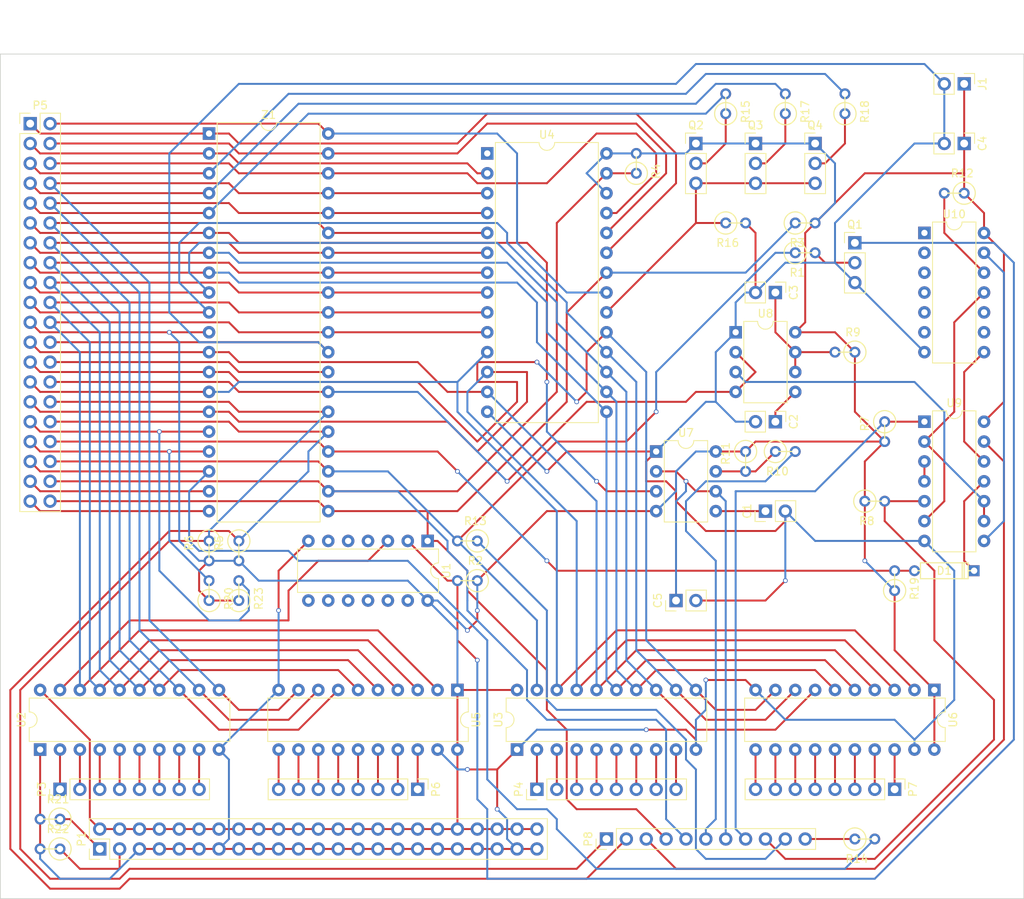
<source format=kicad_pcb>
(kicad_pcb (version 4) (host pcbnew 4.0.5)
  (title_block (title "Z80 Computer"))
  (layers (0 F.Cu signal) (31 B.Cu signal) (35 F.Paste user) (37 F.SilkS user) (39 F.Mask user) (44 Edge.Cuts user))
  (net 0 "")
  (net 1 "Net-(C1-Pad1)")
  (net 2 GND)
  (net 3 "Net-(C2-Pad1)")
  (net 4 "Net-(C3-Pad1)")
  (net 5 VCC)
  (net 6 "Net-(P1-Pad1)")
  (net 7 "Net-(P1-Pad3)")
  (net 8 "Net-(P3-Pad1)")
  (net 9 "Net-(P3-Pad2)")
  (net 10 "Net-(P3-Pad3)")
  (net 11 "Net-(P3-Pad4)")
  (net 12 "Net-(P3-Pad5)")
  (net 13 "Net-(P3-Pad6)")
  (net 14 "Net-(P3-Pad7)")
  (net 15 "Net-(P3-Pad8)")
  (net 16 "Net-(P4-Pad1)")
  (net 17 "Net-(P4-Pad2)")
  (net 18 "Net-(P4-Pad3)")
  (net 19 "Net-(P4-Pad4)")
  (net 20 "Net-(P4-Pad5)")
  (net 21 "Net-(P4-Pad6)")
  (net 22 "Net-(P4-Pad7)")
  (net 23 "Net-(P4-Pad8)")
  (net 24 "Net-(P5-Pad1)")
  (net 25 "Net-(P5-Pad2)")
  (net 26 "Net-(P5-Pad3)")
  (net 27 "Net-(P5-Pad4)")
  (net 28 "Net-(P5-Pad5)")
  (net 29 "Net-(P5-Pad6)")
  (net 30 "Net-(P5-Pad7)")
  (net 31 "Net-(P5-Pad8)")
  (net 32 "Net-(P5-Pad9)")
  (net 33 "Net-(P5-Pad10)")
  (net 34 CLK)
  (net 35 "Net-(P5-Pad12)")
  (net 36 "Net-(P5-Pad13)")
  (net 37 "Net-(P5-Pad14)")
  (net 38 "Net-(P5-Pad15)")
  (net 39 "Net-(P5-Pad16)")
  (net 40 "Net-(P5-Pad17)")
  (net 41 "Net-(P5-Pad18)")
  (net 42 "Net-(P5-Pad19)")
  (net 43 "Net-(P5-Pad20)")
  (net 44 "Net-(P5-Pad22)")
  (net 45 "Net-(P5-Pad23)")
  (net 46 "Net-(P5-Pad25)")
  (net 47 RFSH)
  (net 48 "Net-(P5-Pad27)")
  (net 49 M1)
  (net 50 "Net-(P5-Pad29)")
  (net 51 RESET)
  (net 52 INT)
  (net 53 BUSRQ)
  (net 54 NMI)
  (net 55 WAIT)
  (net 56 HALT)
  (net 57 BUSACK)
  (net 58 MREQ)
  (net 59 WR)
  (net 60 IOREQ)
  (net 61 RD)
  (net 62 "Net-(P6-Pad1)")
  (net 63 "Net-(P6-Pad2)")
  (net 64 "Net-(P6-Pad3)")
  (net 65 "Net-(P6-Pad4)")
  (net 66 "Net-(P6-Pad5)")
  (net 67 "Net-(P6-Pad6)")
  (net 68 "Net-(P6-Pad7)")
  (net 69 "Net-(P6-Pad8)")
  (net 70 "Net-(P7-Pad1)")
  (net 71 "Net-(P7-Pad2)")
  (net 72 "Net-(P7-Pad3)")
  (net 73 "Net-(P7-Pad4)")
  (net 74 "Net-(P7-Pad5)")
  (net 75 "Net-(P7-Pad6)")
  (net 76 "Net-(P7-Pad7)")
  (net 77 "Net-(P7-Pad8)")
  (net 78 "Net-(P8-Pad3)")
  (net 79 "Net-(P8-Pad6)")
  (net 80 "Net-(P8-Pad8)")
  (net 81 "Net-(P8-Pad9)")
  (net 82 "Net-(P8-Pad10)")
  (net 83 "Net-(P8-Pad11)")
  (net 84 "Net-(Q1-Pad1)")
  (net 85 "Net-(Q1-Pad2)")
  (net 86 "Net-(Q2-Pad2)")
  (net 87 "Net-(Q2-Pad3)")
  (net 88 "Net-(Q3-Pad2)")
  (net 89 "Net-(Q4-Pad2)")
  (net 90 "Net-(R10-Pad1)")
  (net 91 "Net-(R12-Pad2)")
  (net 92 "Net-(U1-Pad3)")
  (net 93 "Net-(U8-Pad3)")
  (net 94 "Net-(U10-Pad13)")
  (net 95 "Net-(U10-Pad11)")
  (net 96 "Net-(U9-Pad3)")
  (net 97 "Net-(U10-Pad8)")
  (net 98 "Net-(D1-Pad1)")
  (net 99 "Net-(U1-Pad8)")
  (net 100 "Net-(U1-Pad9)")
  (net 101 "Net-(U1-Pad10)")
  (net 102 "Net-(U1-Pad4)")
  (net 103 "Net-(U1-Pad11)")
  (net 104 "Net-(U1-Pad5)")
  (net 105 "Net-(U1-Pad12)")
  (net 106 "Net-(U1-Pad6)")
  (net 107 "Net-(U1-Pad13)")
  (net 108 "Net-(U10-Pad1)")
  (net 109 "Net-(U10-Pad2)")
  (net 110 "Net-(U10-Pad9)")
  (net 111 "Net-(U10-Pad3)")
  (net 112 "Net-(U10-Pad10)")
  (net 113 "Net-(U10-Pad4)")
  (net 114 "Net-(U10-Pad5)")
  (net 115 "Net-(U10-Pad6)")
  (net 116 "Net-(C5-Pad1)")
  (module Housings_DIP:DIP-40_W15.24mm (layer F.Cu) (at 58.42 73.66)
    (fp_text reference Z1 (at 7.62 -2.39) (layer F.SilkS))
    (fp_text value Z80)
    (pad 1 thru_hole rect (at 0 0) (size 1.6 1.6) (drill 0.8) (layers *.Cu *.Mask) (net 24 "Net-(P5-Pad1)"))
    (pad 21 thru_hole oval (at 15.24 48.26) (size 1.6 1.6) (drill 0.8) (layers *.Cu *.Mask) (net 61 RD))
    (pad 2 thru_hole oval (at 0 2.54) (size 1.6 1.6) (drill 0.8) (layers *.Cu *.Mask) (net 26 "Net-(P5-Pad3)"))
    (pad 22 thru_hole oval (at 15.24 45.72) (size 1.6 1.6) (drill 0.8) (layers *.Cu *.Mask) (net 59 WR))
    (pad 3 thru_hole oval (at 0 5.08) (size 1.6 1.6) (drill 0.8) (layers *.Cu *.Mask) (net 28 "Net-(P5-Pad5)"))
    (pad 23 thru_hole oval (at 15.24 43.18) (size 1.6 1.6) (drill 0.8) (layers *.Cu *.Mask) (net 57 BUSACK))
    (pad 4 thru_hole oval (at 0 7.62) (size 1.6 1.6) (drill 0.8) (layers *.Cu *.Mask) (net 30 "Net-(P5-Pad7)"))
    (pad 24 thru_hole oval (at 15.24 40.64) (size 1.6 1.6) (drill 0.8) (layers *.Cu *.Mask) (net 55 WAIT))
    (pad 5 thru_hole oval (at 0 10.16) (size 1.6 1.6) (drill 0.8) (layers *.Cu *.Mask) (net 32 "Net-(P5-Pad9)"))
    (pad 25 thru_hole oval (at 15.24 38.1) (size 1.6 1.6) (drill 0.8) (layers *.Cu *.Mask) (net 53 BUSRQ))
    (pad 6 thru_hole oval (at 0 12.7) (size 1.6 1.6) (drill 0.8) (layers *.Cu *.Mask) (net 34 CLK))
    (pad 26 thru_hole oval (at 15.24 35.56) (size 1.6 1.6) (drill 0.8) (layers *.Cu *.Mask) (net 51 RESET))
    (pad 7 thru_hole oval (at 0 15.24) (size 1.6 1.6) (drill 0.8) (layers *.Cu *.Mask) (net 36 "Net-(P5-Pad13)"))
    (pad 27 thru_hole oval (at 15.24 33.02) (size 1.6 1.6) (drill 0.8) (layers *.Cu *.Mask) (net 49 M1))
    (pad 8 thru_hole oval (at 0 17.78) (size 1.6 1.6) (drill 0.8) (layers *.Cu *.Mask) (net 38 "Net-(P5-Pad15)"))
    (pad 28 thru_hole oval (at 15.24 30.48) (size 1.6 1.6) (drill 0.8) (layers *.Cu *.Mask) (net 47 RFSH))
    (pad 9 thru_hole oval (at 0 20.32) (size 1.6 1.6) (drill 0.8) (layers *.Cu *.Mask) (net 40 "Net-(P5-Pad17)"))
    (pad 29 thru_hole oval (at 15.24 27.94) (size 1.6 1.6) (drill 0.8) (layers *.Cu *.Mask) (net 2 GND))
    (pad 10 thru_hole oval (at 0 22.86) (size 1.6 1.6) (drill 0.8) (layers *.Cu *.Mask) (net 42 "Net-(P5-Pad19)"))
    (pad 30 thru_hole oval (at 15.24 25.4) (size 1.6 1.6) (drill 0.8) (layers *.Cu *.Mask) (net 44 "Net-(P5-Pad22)"))
    (pad 11 thru_hole oval (at 0 25.4) (size 1.6 1.6) (drill 0.8) (layers *.Cu *.Mask) (net 5 VCC))
    (pad 31 thru_hole oval (at 15.24 22.86) (size 1.6 1.6) (drill 0.8) (layers *.Cu *.Mask) (net 43 "Net-(P5-Pad20)"))
    (pad 12 thru_hole oval (at 0 27.94) (size 1.6 1.6) (drill 0.8) (layers *.Cu *.Mask) (net 45 "Net-(P5-Pad23)"))
    (pad 32 thru_hole oval (at 15.24 20.32) (size 1.6 1.6) (drill 0.8) (layers *.Cu *.Mask) (net 41 "Net-(P5-Pad18)"))
    (pad 13 thru_hole oval (at 0 30.48) (size 1.6 1.6) (drill 0.8) (layers *.Cu *.Mask) (net 46 "Net-(P5-Pad25)"))
    (pad 33 thru_hole oval (at 15.24 17.78) (size 1.6 1.6) (drill 0.8) (layers *.Cu *.Mask) (net 39 "Net-(P5-Pad16)"))
    (pad 14 thru_hole oval (at 0 33.02) (size 1.6 1.6) (drill 0.8) (layers *.Cu *.Mask) (net 48 "Net-(P5-Pad27)"))
    (pad 34 thru_hole oval (at 15.24 15.24) (size 1.6 1.6) (drill 0.8) (layers *.Cu *.Mask) (net 37 "Net-(P5-Pad14)"))
    (pad 15 thru_hole oval (at 0 35.56) (size 1.6 1.6) (drill 0.8) (layers *.Cu *.Mask) (net 50 "Net-(P5-Pad29)"))
    (pad 35 thru_hole oval (at 15.24 12.7) (size 1.6 1.6) (drill 0.8) (layers *.Cu *.Mask) (net 35 "Net-(P5-Pad12)"))
    (pad 16 thru_hole oval (at 0 38.1) (size 1.6 1.6) (drill 0.8) (layers *.Cu *.Mask) (net 52 INT))
    (pad 36 thru_hole oval (at 15.24 10.16) (size 1.6 1.6) (drill 0.8) (layers *.Cu *.Mask) (net 33 "Net-(P5-Pad10)"))
    (pad 17 thru_hole oval (at 0 40.64) (size 1.6 1.6) (drill 0.8) (layers *.Cu *.Mask) (net 54 NMI))
    (pad 37 thru_hole oval (at 15.24 7.62) (size 1.6 1.6) (drill 0.8) (layers *.Cu *.Mask) (net 31 "Net-(P5-Pad8)"))
    (pad 18 thru_hole oval (at 0 43.18) (size 1.6 1.6) (drill 0.8) (layers *.Cu *.Mask) (net 56 HALT))
    (pad 38 thru_hole oval (at 15.24 5.08) (size 1.6 1.6) (drill 0.8) (layers *.Cu *.Mask) (net 29 "Net-(P5-Pad6)"))
    (pad 19 thru_hole oval (at 0 45.72) (size 1.6 1.6) (drill 0.8) (layers *.Cu *.Mask) (net 58 MREQ))
    (pad 39 thru_hole oval (at 15.24 2.54) (size 1.6 1.6) (drill 0.8) (layers *.Cu *.Mask) (net 27 "Net-(P5-Pad4)"))
    (pad 20 thru_hole oval (at 0 48.26) (size 1.6 1.6) (drill 0.8) (layers *.Cu *.Mask) (net 60 IOREQ))
    (pad 40 thru_hole oval (at 15.24 0) (size 1.6 1.6) (drill 0.8) (layers *.Cu *.Mask) (net 25 "Net-(P5-Pad2)"))
  )
  (module Housings_DIP:DIP-28_W15.24mm (layer F.Cu) (at 93.98 76.2)
    (fp_text reference U4 (at 7.62 -2.39) (layer F.SilkS))
    (fp_text value AS6C6264)
    (pad 1 thru_hole rect (at 0 0) (size 1.6 1.6) (drill 0.8) (layers *.Cu *.Mask))
    (pad 15 thru_hole oval (at 15.24 33.02) (size 1.6 1.6) (drill 0.8) (layers *.Cu *.Mask) (net 38 "Net-(P5-Pad15)"))
    (pad 2 thru_hole oval (at 0 2.54) (size 1.6 1.6) (drill 0.8) (layers *.Cu *.Mask) (net 26 "Net-(P5-Pad3)"))
    (pad 16 thru_hole oval (at 15.24 30.48) (size 1.6 1.6) (drill 0.8) (layers *.Cu *.Mask) (net 36 "Net-(P5-Pad13)"))
    (pad 3 thru_hole oval (at 0 5.08) (size 1.6 1.6) (drill 0.8) (layers *.Cu *.Mask) (net 31 "Net-(P5-Pad8)"))
    (pad 17 thru_hole oval (at 15.24 27.94) (size 1.6 1.6) (drill 0.8) (layers *.Cu *.Mask) (net 40 "Net-(P5-Pad17)"))
    (pad 4 thru_hole oval (at 0 7.62) (size 1.6 1.6) (drill 0.8) (layers *.Cu *.Mask) (net 33 "Net-(P5-Pad10)"))
    (pad 18 thru_hole oval (at 15.24 25.4) (size 1.6 1.6) (drill 0.8) (layers *.Cu *.Mask) (net 42 "Net-(P5-Pad19)"))
    (pad 5 thru_hole oval (at 0 10.16) (size 1.6 1.6) (drill 0.8) (layers *.Cu *.Mask) (net 35 "Net-(P5-Pad12)"))
    (pad 19 thru_hole oval (at 15.24 22.86) (size 1.6 1.6) (drill 0.8) (layers *.Cu *.Mask) (net 46 "Net-(P5-Pad25)"))
    (pad 6 thru_hole oval (at 0 12.7) (size 1.6 1.6) (drill 0.8) (layers *.Cu *.Mask) (net 37 "Net-(P5-Pad14)"))
    (pad 20 thru_hole oval (at 15.24 20.32) (size 1.6 1.6) (drill 0.8) (layers *.Cu *.Mask) (net 87 "Net-(Q2-Pad3)"))
    (pad 7 thru_hole oval (at 0 15.24) (size 1.6 1.6) (drill 0.8) (layers *.Cu *.Mask) (net 39 "Net-(P5-Pad16)"))
    (pad 21 thru_hole oval (at 15.24 17.78) (size 1.6 1.6) (drill 0.8) (layers *.Cu *.Mask) (net 25 "Net-(P5-Pad2)"))
    (pad 8 thru_hole oval (at 0 17.78) (size 1.6 1.6) (drill 0.8) (layers *.Cu *.Mask) (net 41 "Net-(P5-Pad18)"))
    (pad 22 thru_hole oval (at 15.24 15.24) (size 1.6 1.6) (drill 0.8) (layers *.Cu *.Mask) (net 61 RD))
    (pad 9 thru_hole oval (at 0 20.32) (size 1.6 1.6) (drill 0.8) (layers *.Cu *.Mask) (net 43 "Net-(P5-Pad20)"))
    (pad 23 thru_hole oval (at 15.24 12.7) (size 1.6 1.6) (drill 0.8) (layers *.Cu *.Mask) (net 24 "Net-(P5-Pad1)"))
    (pad 10 thru_hole oval (at 0 22.86) (size 1.6 1.6) (drill 0.8) (layers *.Cu *.Mask) (net 44 "Net-(P5-Pad22)"))
    (pad 24 thru_hole oval (at 15.24 10.16) (size 1.6 1.6) (drill 0.8) (layers *.Cu *.Mask) (net 27 "Net-(P5-Pad4)"))
    (pad 11 thru_hole oval (at 0 25.4) (size 1.6 1.6) (drill 0.8) (layers *.Cu *.Mask) (net 48 "Net-(P5-Pad27)"))
    (pad 25 thru_hole oval (at 15.24 7.62) (size 1.6 1.6) (drill 0.8) (layers *.Cu *.Mask) (net 29 "Net-(P5-Pad6)"))
    (pad 12 thru_hole oval (at 0 27.94) (size 1.6 1.6) (drill 0.8) (layers *.Cu *.Mask) (net 50 "Net-(P5-Pad29)"))
    (pad 26 thru_hole oval (at 15.24 5.08) (size 1.6 1.6) (drill 0.8) (layers *.Cu *.Mask) (net 5 VCC))
    (pad 13 thru_hole oval (at 0 30.48) (size 1.6 1.6) (drill 0.8) (layers *.Cu *.Mask) (net 45 "Net-(P5-Pad23)"))
    (pad 27 thru_hole oval (at 15.24 2.54) (size 1.6 1.6) (drill 0.8) (layers *.Cu *.Mask) (net 59 WR))
    (pad 14 thru_hole oval (at 0 33.02) (size 1.6 1.6) (drill 0.8) (layers *.Cu *.Mask) (net 2 GND))
    (pad 28 thru_hole oval (at 15.24 0) (size 1.6 1.6) (drill 0.8) (layers *.Cu *.Mask) (net 5 VCC))
  )
  (module Pin_Headers:Pin_Header_Straight_2x20_Pitch2.54mm (layer F.Cu) (at 35.56 72.39)
    (fp_text reference P5 (at 1.27 -2.33) (layer F.SilkS))
    (fp_text value CONN_02X20)
    (pad 1 thru_hole rect (at 0 0) (size 1.7 1.7) (drill 1) (layers *.Cu *.Mask) (net 24 "Net-(P5-Pad1)"))
    (pad 2 thru_hole oval (at 2.54 0) (size 1.7 1.7) (drill 1) (layers *.Cu *.Mask) (net 25 "Net-(P5-Pad2)"))
    (pad 3 thru_hole oval (at 0 2.54) (size 1.7 1.7) (drill 1) (layers *.Cu *.Mask) (net 26 "Net-(P5-Pad3)"))
    (pad 4 thru_hole oval (at 2.54 2.54) (size 1.7 1.7) (drill 1) (layers *.Cu *.Mask) (net 27 "Net-(P5-Pad4)"))
    (pad 5 thru_hole oval (at 0 5.08) (size 1.7 1.7) (drill 1) (layers *.Cu *.Mask) (net 28 "Net-(P5-Pad5)"))
    (pad 6 thru_hole oval (at 2.54 5.08) (size 1.7 1.7) (drill 1) (layers *.Cu *.Mask) (net 29 "Net-(P5-Pad6)"))
    (pad 7 thru_hole oval (at 0 7.62) (size 1.7 1.7) (drill 1) (layers *.Cu *.Mask) (net 30 "Net-(P5-Pad7)"))
    (pad 8 thru_hole oval (at 2.54 7.62) (size 1.7 1.7) (drill 1) (layers *.Cu *.Mask) (net 31 "Net-(P5-Pad8)"))
    (pad 9 thru_hole oval (at 0 10.16) (size 1.7 1.7) (drill 1) (layers *.Cu *.Mask) (net 32 "Net-(P5-Pad9)"))
    (pad 10 thru_hole oval (at 2.54 10.16) (size 1.7 1.7) (drill 1) (layers *.Cu *.Mask) (net 33 "Net-(P5-Pad10)"))
    (pad 11 thru_hole oval (at 0 12.7) (size 1.7 1.7) (drill 1) (layers *.Cu *.Mask) (net 34 CLK))
    (pad 12 thru_hole oval (at 2.54 12.7) (size 1.7 1.7) (drill 1) (layers *.Cu *.Mask) (net 35 "Net-(P5-Pad12)"))
    (pad 13 thru_hole oval (at 0 15.24) (size 1.7 1.7) (drill 1) (layers *.Cu *.Mask) (net 36 "Net-(P5-Pad13)"))
    (pad 14 thru_hole oval (at 2.54 15.24) (size 1.7 1.7) (drill 1) (layers *.Cu *.Mask) (net 37 "Net-(P5-Pad14)"))
    (pad 15 thru_hole oval (at 0 17.78) (size 1.7 1.7) (drill 1) (layers *.Cu *.Mask) (net 38 "Net-(P5-Pad15)"))
    (pad 16 thru_hole oval (at 2.54 17.78) (size 1.7 1.7) (drill 1) (layers *.Cu *.Mask) (net 39 "Net-(P5-Pad16)"))
    (pad 17 thru_hole oval (at 0 20.32) (size 1.7 1.7) (drill 1) (layers *.Cu *.Mask) (net 40 "Net-(P5-Pad17)"))
    (pad 18 thru_hole oval (at 2.54 20.32) (size 1.7 1.7) (drill 1) (layers *.Cu *.Mask) (net 41 "Net-(P5-Pad18)"))
    (pad 19 thru_hole oval (at 0 22.86) (size 1.7 1.7) (drill 1) (layers *.Cu *.Mask) (net 42 "Net-(P5-Pad19)"))
    (pad 20 thru_hole oval (at 2.54 22.86) (size 1.7 1.7) (drill 1) (layers *.Cu *.Mask) (net 43 "Net-(P5-Pad20)"))
    (pad 21 thru_hole oval (at 0 25.4) (size 1.7 1.7) (drill 1) (layers *.Cu *.Mask) (net 5 VCC))
    (pad 22 thru_hole oval (at 2.54 25.4) (size 1.7 1.7) (drill 1) (layers *.Cu *.Mask) (net 44 "Net-(P5-Pad22)"))
    (pad 23 thru_hole oval (at 0 27.94) (size 1.7 1.7) (drill 1) (layers *.Cu *.Mask) (net 45 "Net-(P5-Pad23)"))
    (pad 24 thru_hole oval (at 2.54 27.94) (size 1.7 1.7) (drill 1) (layers *.Cu *.Mask) (net 2 GND))
    (pad 25 thru_hole oval (at 0 30.48) (size 1.7 1.7) (drill 1) (layers *.Cu *.Mask) (net 46 "Net-(P5-Pad25)"))
    (pad 26 thru_hole oval (at 2.54 30.48) (size 1.7 1.7) (drill 1) (layers *.Cu *.Mask) (net 47 RFSH))
    (pad 27 thru_hole oval (at 0 33.02) (size 1.7 1.7) (drill 1) (layers *.Cu *.Mask) (net 48 "Net-(P5-Pad27)"))
    (pad 28 thru_hole oval (at 2.54 33.02) (size 1.7 1.7) (drill 1) (layers *.Cu *.Mask) (net 49 M1))
    (pad 29 thru_hole oval (at 0 35.56) (size 1.7 1.7) (drill 1) (layers *.Cu *.Mask) (net 50 "Net-(P5-Pad29)"))
    (pad 30 thru_hole oval (at 2.54 35.56) (size 1.7 1.7) (drill 1) (layers *.Cu *.Mask) (net 51 RESET))
    (pad 31 thru_hole oval (at 0 38.1) (size 1.7 1.7) (drill 1) (layers *.Cu *.Mask) (net 52 INT))
    (pad 32 thru_hole oval (at 2.54 38.1) (size 1.7 1.7) (drill 1) (layers *.Cu *.Mask) (net 53 BUSRQ))
    (pad 33 thru_hole oval (at 0 40.64) (size 1.7 1.7) (drill 1) (layers *.Cu *.Mask) (net 54 NMI))
    (pad 34 thru_hole oval (at 2.54 40.64) (size 1.7 1.7) (drill 1) (layers *.Cu *.Mask) (net 55 WAIT))
    (pad 35 thru_hole oval (at 0 43.18) (size 1.7 1.7) (drill 1) (layers *.Cu *.Mask) (net 56 HALT))
    (pad 36 thru_hole oval (at 2.54 43.18) (size 1.7 1.7) (drill 1) (layers *.Cu *.Mask) (net 57 BUSACK))
    (pad 37 thru_hole oval (at 0 45.72) (size 1.7 1.7) (drill 1) (layers *.Cu *.Mask) (net 58 MREQ))
    (pad 38 thru_hole oval (at 2.54 45.72) (size 1.7 1.7) (drill 1) (layers *.Cu *.Mask) (net 59 WR))
    (pad 39 thru_hole oval (at 0 48.26) (size 1.7 1.7) (drill 1) (layers *.Cu *.Mask) (net 60 IOREQ))
    (pad 40 thru_hole oval (at 2.54 48.26) (size 1.7 1.7) (drill 1) (layers *.Cu *.Mask) (net 61 RD))
  )
  (module Pin_Headers:Pin_Header_Straight_1x02_Pitch2.54mm (layer F.Cu) (at 129.54 121.92 90)
    (fp_text reference C1 (at 0 -2.33 90) (layer F.SilkS))
    (fp_text value 10nF)
    (pad 1 thru_hole rect (at 0 0 90) (size 1.7 1.7) (drill 1) (layers *.Cu *.Mask) (net 1 "Net-(C1-Pad1)"))
    (pad 2 thru_hole oval (at 0 2.54 90) (size 1.7 1.7) (drill 1) (layers *.Cu *.Mask) (net 2 GND))
  )
  (module Pin_Headers:Pin_Header_Straight_1x02_Pitch2.54mm (layer F.Cu) (at 130.81 110.49 270)
    (fp_text reference C2 (at 0 -2.33 270) (layer F.SilkS))
    (fp_text value 10nF)
    (pad 1 thru_hole rect (at 0 0 270) (size 1.7 1.7) (drill 1) (layers *.Cu *.Mask) (net 3 "Net-(C2-Pad1)"))
    (pad 2 thru_hole oval (at 0 2.54 270) (size 1.7 1.7) (drill 1) (layers *.Cu *.Mask) (net 2 GND))
  )
  (module Pin_Headers:Pin_Header_Straight_1x02_Pitch2.54mm (layer F.Cu) (at 130.81 93.98 270)
    (fp_text reference C3 (at 0 -2.33 270) (layer F.SilkS))
    (fp_text value 10nF)
    (pad 1 thru_hole rect (at 0 0 270) (size 1.7 1.7) (drill 1) (layers *.Cu *.Mask) (net 4 "Net-(C3-Pad1)"))
    (pad 2 thru_hole oval (at 0 2.54 270) (size 1.7 1.7) (drill 1) (layers *.Cu *.Mask) (net 2 GND))
  )
  (module Pin_Headers:Pin_Header_Straight_1x02_Pitch2.54mm (layer F.Cu) (at 154.94 74.93 270)
    (fp_text reference C4 (at 0 -2.33 270) (layer F.SilkS))
    (fp_text value 10uF)
    (pad 1 thru_hole rect (at 0 0 270) (size 1.7 1.7) (drill 1) (layers *.Cu *.Mask) (net 5 VCC))
    (pad 2 thru_hole oval (at 0 2.54 270) (size 1.7 1.7) (drill 1) (layers *.Cu *.Mask) (net 2 GND))
  )
  (module Pin_Headers:Pin_Header_Straight_1x02_Pitch2.54mm (layer F.Cu) (at 154.94 67.31 270)
    (fp_text reference J1 (at 0 -2.33 270) (layer F.SilkS))
    (fp_text value Screw_Terminal_Power_Input)
    (pad 1 thru_hole rect (at 0 0 270) (size 1.7 1.7) (drill 1) (layers *.Cu *.Mask) (net 5 VCC))
    (pad 2 thru_hole oval (at 0 2.54 270) (size 1.7 1.7) (drill 1) (layers *.Cu *.Mask) (net 2 GND))
  )
  (module Pin_Headers:Pin_Header_Straight_2x23_Pitch2.54mm (layer F.Cu) (at 44.45 165.1 90)
    (fp_text reference P1 (at 1.27 -2.33 90) (layer F.SilkS))
    (fp_text value CONN_02X23)
    (pad 1 thru_hole rect (at 0 0 90) (size 1.7 1.7) (drill 1) (layers *.Cu *.Mask) (net 6 "Net-(P1-Pad1)"))
    (pad 2 thru_hole oval (at 2.54 0 90) (size 1.7 1.7) (drill 1) (layers *.Cu *.Mask) (net 5 VCC))
    (pad 3 thru_hole oval (at 0 2.54 90) (size 1.7 1.7) (drill 1) (layers *.Cu *.Mask) (net 7 "Net-(P1-Pad3)"))
    (pad 4 thru_hole oval (at 2.54 2.54 90) (size 1.7 1.7) (drill 1) (layers *.Cu *.Mask) (net 5 VCC))
    (pad 5 thru_hole oval (at 0 5.08 90) (size 1.7 1.7) (drill 1) (layers *.Cu *.Mask) (net 2 GND))
    (pad 6 thru_hole oval (at 2.54 5.08 90) (size 1.7 1.7) (drill 1) (layers *.Cu *.Mask) (net 5 VCC))
    (pad 7 thru_hole oval (at 0 7.62 90) (size 1.7 1.7) (drill 1) (layers *.Cu *.Mask) (net 2 GND))
    (pad 8 thru_hole oval (at 2.54 7.62 90) (size 1.7 1.7) (drill 1) (layers *.Cu *.Mask) (net 5 VCC))
    (pad 9 thru_hole oval (at 0 10.16 90) (size 1.7 1.7) (drill 1) (layers *.Cu *.Mask) (net 2 GND))
    (pad 10 thru_hole oval (at 2.54 10.16 90) (size 1.7 1.7) (drill 1) (layers *.Cu *.Mask) (net 5 VCC))
    (pad 11 thru_hole oval (at 0 12.7 90) (size 1.7 1.7) (drill 1) (layers *.Cu *.Mask) (net 2 GND))
    (pad 12 thru_hole oval (at 2.54 12.7 90) (size 1.7 1.7) (drill 1) (layers *.Cu *.Mask) (net 5 VCC))
    (pad 13 thru_hole oval (at 0 15.24 90) (size 1.7 1.7) (drill 1) (layers *.Cu *.Mask) (net 2 GND))
    (pad 14 thru_hole oval (at 2.54 15.24 90) (size 1.7 1.7) (drill 1) (layers *.Cu *.Mask) (net 5 VCC))
    (pad 15 thru_hole oval (at 0 17.78 90) (size 1.7 1.7) (drill 1) (layers *.Cu *.Mask) (net 2 GND))
    (pad 16 thru_hole oval (at 2.54 17.78 90) (size 1.7 1.7) (drill 1) (layers *.Cu *.Mask) (net 5 VCC))
    (pad 17 thru_hole oval (at 0 20.32 90) (size 1.7 1.7) (drill 1) (layers *.Cu *.Mask) (net 2 GND))
    (pad 18 thru_hole oval (at 2.54 20.32 90) (size 1.7 1.7) (drill 1) (layers *.Cu *.Mask) (net 5 VCC))
    (pad 19 thru_hole oval (at 0 22.86 90) (size 1.7 1.7) (drill 1) (layers *.Cu *.Mask) (net 2 GND))
    (pad 20 thru_hole oval (at 2.54 22.86 90) (size 1.7 1.7) (drill 1) (layers *.Cu *.Mask) (net 5 VCC))
    (pad 21 thru_hole oval (at 0 25.4 90) (size 1.7 1.7) (drill 1) (layers *.Cu *.Mask) (net 2 GND))
    (pad 22 thru_hole oval (at 2.54 25.4 90) (size 1.7 1.7) (drill 1) (layers *.Cu *.Mask) (net 5 VCC))
    (pad 23 thru_hole oval (at 0 27.94 90) (size 1.7 1.7) (drill 1) (layers *.Cu *.Mask) (net 2 GND))
    (pad 24 thru_hole oval (at 2.54 27.94 90) (size 1.7 1.7) (drill 1) (layers *.Cu *.Mask) (net 5 VCC))
    (pad 25 thru_hole oval (at 0 30.48 90) (size 1.7 1.7) (drill 1) (layers *.Cu *.Mask) (net 2 GND))
    (pad 26 thru_hole oval (at 2.54 30.48 90) (size 1.7 1.7) (drill 1) (layers *.Cu *.Mask) (net 5 VCC))
    (pad 27 thru_hole oval (at 0 33.02 90) (size 1.7 1.7) (drill 1) (layers *.Cu *.Mask) (net 2 GND))
    (pad 28 thru_hole oval (at 2.54 33.02 90) (size 1.7 1.7) (drill 1) (layers *.Cu *.Mask) (net 5 VCC))
    (pad 29 thru_hole oval (at 0 35.56 90) (size 1.7 1.7) (drill 1) (layers *.Cu *.Mask) (net 2 GND))
    (pad 30 thru_hole oval (at 2.54 35.56 90) (size 1.7 1.7) (drill 1) (layers *.Cu *.Mask) (net 5 VCC))
    (pad 31 thru_hole oval (at 0 38.1 90) (size 1.7 1.7) (drill 1) (layers *.Cu *.Mask) (net 2 GND))
    (pad 32 thru_hole oval (at 2.54 38.1 90) (size 1.7 1.7) (drill 1) (layers *.Cu *.Mask) (net 5 VCC))
    (pad 33 thru_hole oval (at 0 40.64 90) (size 1.7 1.7) (drill 1) (layers *.Cu *.Mask) (net 2 GND))
    (pad 34 thru_hole oval (at 2.54 40.64 90) (size 1.7 1.7) (drill 1) (layers *.Cu *.Mask) (net 5 VCC))
    (pad 35 thru_hole oval (at 0 43.18 90) (size 1.7 1.7) (drill 1) (layers *.Cu *.Mask) (net 2 GND))
    (pad 36 thru_hole oval (at 2.54 43.18 90) (size 1.7 1.7) (drill 1) (layers *.Cu *.Mask) (net 5 VCC))
    (pad 37 thru_hole oval (at 0 45.72 90) (size 1.7 1.7) (drill 1) (layers *.Cu *.Mask) (net 2 GND))
    (pad 38 thru_hole oval (at 2.54 45.72 90) (size 1.7 1.7) (drill 1) (layers *.Cu *.Mask) (net 5 VCC))
    (pad 39 thru_hole oval (at 0 48.26 90) (size 1.7 1.7) (drill 1) (layers *.Cu *.Mask) (net 2 GND))
    (pad 40 thru_hole oval (at 2.54 48.26 90) (size 1.7 1.7) (drill 1) (layers *.Cu *.Mask) (net 5 VCC))
    (pad 41 thru_hole oval (at 0 50.8 90) (size 1.7 1.7) (drill 1) (layers *.Cu *.Mask) (net 2 GND))
    (pad 42 thru_hole oval (at 2.54 50.8 90) (size 1.7 1.7) (drill 1) (layers *.Cu *.Mask) (net 5 VCC))
    (pad 43 thru_hole oval (at 0 53.34 90) (size 1.7 1.7) (drill 1) (layers *.Cu *.Mask) (net 2 GND))
    (pad 44 thru_hole oval (at 2.54 53.34 90) (size 1.7 1.7) (drill 1) (layers *.Cu *.Mask) (net 5 VCC))
    (pad 45 thru_hole oval (at 0 55.88 90) (size 1.7 1.7) (drill 1) (layers *.Cu *.Mask) (net 2 GND))
    (pad 46 thru_hole oval (at 2.54 55.88 90) (size 1.7 1.7) (drill 1) (layers *.Cu *.Mask) (net 5 VCC))
  )
  (module Pin_Headers:Pin_Header_Straight_1x08_Pitch2.54mm (layer F.Cu) (at 39.37 157.48 90)
    (fp_text reference P3 (at 0 -2.33 90) (layer F.SilkS))
    (fp_text value CONN_01X08)
    (pad 1 thru_hole rect (at 0 0 90) (size 1.7 1.7) (drill 1) (layers *.Cu *.Mask) (net 8 "Net-(P3-Pad1)"))
    (pad 2 thru_hole oval (at 0 2.54 90) (size 1.7 1.7) (drill 1) (layers *.Cu *.Mask) (net 9 "Net-(P3-Pad2)"))
    (pad 3 thru_hole oval (at 0 5.08 90) (size 1.7 1.7) (drill 1) (layers *.Cu *.Mask) (net 10 "Net-(P3-Pad3)"))
    (pad 4 thru_hole oval (at 0 7.62 90) (size 1.7 1.7) (drill 1) (layers *.Cu *.Mask) (net 11 "Net-(P3-Pad4)"))
    (pad 5 thru_hole oval (at 0 10.16 90) (size 1.7 1.7) (drill 1) (layers *.Cu *.Mask) (net 12 "Net-(P3-Pad5)"))
    (pad 6 thru_hole oval (at 0 12.7 90) (size 1.7 1.7) (drill 1) (layers *.Cu *.Mask) (net 13 "Net-(P3-Pad6)"))
    (pad 7 thru_hole oval (at 0 15.24 90) (size 1.7 1.7) (drill 1) (layers *.Cu *.Mask) (net 14 "Net-(P3-Pad7)"))
    (pad 8 thru_hole oval (at 0 17.78 90) (size 1.7 1.7) (drill 1) (layers *.Cu *.Mask) (net 15 "Net-(P3-Pad8)"))
  )
  (module Pin_Headers:Pin_Header_Straight_1x08_Pitch2.54mm (layer F.Cu) (at 100.33 157.48 90)
    (fp_text reference P4 (at 0 -2.33 90) (layer F.SilkS))
    (fp_text value CONN_01X08)
    (pad 1 thru_hole rect (at 0 0 90) (size 1.7 1.7) (drill 1) (layers *.Cu *.Mask) (net 16 "Net-(P4-Pad1)"))
    (pad 2 thru_hole oval (at 0 2.54 90) (size 1.7 1.7) (drill 1) (layers *.Cu *.Mask) (net 17 "Net-(P4-Pad2)"))
    (pad 3 thru_hole oval (at 0 5.08 90) (size 1.7 1.7) (drill 1) (layers *.Cu *.Mask) (net 18 "Net-(P4-Pad3)"))
    (pad 4 thru_hole oval (at 0 7.62 90) (size 1.7 1.7) (drill 1) (layers *.Cu *.Mask) (net 19 "Net-(P4-Pad4)"))
    (pad 5 thru_hole oval (at 0 10.16 90) (size 1.7 1.7) (drill 1) (layers *.Cu *.Mask) (net 20 "Net-(P4-Pad5)"))
    (pad 6 thru_hole oval (at 0 12.7 90) (size 1.7 1.7) (drill 1) (layers *.Cu *.Mask) (net 21 "Net-(P4-Pad6)"))
    (pad 7 thru_hole oval (at 0 15.24 90) (size 1.7 1.7) (drill 1) (layers *.Cu *.Mask) (net 22 "Net-(P4-Pad7)"))
    (pad 8 thru_hole oval (at 0 17.78 90) (size 1.7 1.7) (drill 1) (layers *.Cu *.Mask) (net 23 "Net-(P4-Pad8)"))
  )
  (module Pin_Headers:Pin_Header_Straight_1x08_Pitch2.54mm (layer F.Cu) (at 85.09 157.48 270)
    (fp_text reference P6 (at 0 -2.33 270) (layer F.SilkS))
    (fp_text value CONN_01X08)
    (pad 1 thru_hole rect (at 0 0 270) (size 1.7 1.7) (drill 1) (layers *.Cu *.Mask) (net 62 "Net-(P6-Pad1)"))
    (pad 2 thru_hole oval (at 0 2.54 270) (size 1.7 1.7) (drill 1) (layers *.Cu *.Mask) (net 63 "Net-(P6-Pad2)"))
    (pad 3 thru_hole oval (at 0 5.08 270) (size 1.7 1.7) (drill 1) (layers *.Cu *.Mask) (net 64 "Net-(P6-Pad3)"))
    (pad 4 thru_hole oval (at 0 7.62 270) (size 1.7 1.7) (drill 1) (layers *.Cu *.Mask) (net 65 "Net-(P6-Pad4)"))
    (pad 5 thru_hole oval (at 0 10.16 270) (size 1.7 1.7) (drill 1) (layers *.Cu *.Mask) (net 66 "Net-(P6-Pad5)"))
    (pad 6 thru_hole oval (at 0 12.7 270) (size 1.7 1.7) (drill 1) (layers *.Cu *.Mask) (net 67 "Net-(P6-Pad6)"))
    (pad 7 thru_hole oval (at 0 15.24 270) (size 1.7 1.7) (drill 1) (layers *.Cu *.Mask) (net 68 "Net-(P6-Pad7)"))
    (pad 8 thru_hole oval (at 0 17.78 270) (size 1.7 1.7) (drill 1) (layers *.Cu *.Mask) (net 69 "Net-(P6-Pad8)"))
  )
  (module Pin_Headers:Pin_Header_Straight_1x08_Pitch2.54mm (layer F.Cu) (at 146.05 157.48 270)
    (fp_text reference P7 (at 0 -2.33 270) (layer F.SilkS))
    (fp_text value CONN_01X08)
    (pad 1 thru_hole rect (at 0 0 270) (size 1.7 1.7) (drill 1) (layers *.Cu *.Mask) (net 70 "Net-(P7-Pad1)"))
    (pad 2 thru_hole oval (at 0 2.54 270) (size 1.7 1.7) (drill 1) (layers *.Cu *.Mask) (net 71 "Net-(P7-Pad2)"))
    (pad 3 thru_hole oval (at 0 5.08 270) (size 1.7 1.7) (drill 1) (layers *.Cu *.Mask) (net 72 "Net-(P7-Pad3)"))
    (pad 4 thru_hole oval (at 0 7.62 270) (size 1.7 1.7) (drill 1) (layers *.Cu *.Mask) (net 73 "Net-(P7-Pad4)"))
    (pad 5 thru_hole oval (at 0 10.16 270) (size 1.7 1.7) (drill 1) (layers *.Cu *.Mask) (net 74 "Net-(P7-Pad5)"))
    (pad 6 thru_hole oval (at 0 12.7 270) (size 1.7 1.7) (drill 1) (layers *.Cu *.Mask) (net 75 "Net-(P7-Pad6)"))
    (pad 7 thru_hole oval (at 0 15.24 270) (size 1.7 1.7) (drill 1) (layers *.Cu *.Mask) (net 76 "Net-(P7-Pad7)"))
    (pad 8 thru_hole oval (at 0 17.78 270) (size 1.7 1.7) (drill 1) (layers *.Cu *.Mask) (net 77 "Net-(P7-Pad8)"))
  )
  (module Pin_Headers:Pin_Header_Straight_1x11_Pitch2.54mm (layer F.Cu) (at 109.22 163.83 90)
    (fp_text reference P8 (at 0 -2.33 90) (layer F.SilkS))
    (fp_text value CONN_01X11)
    (pad 1 thru_hole rect (at 0 0 90) (size 1.7 1.7) (drill 1) (layers *.Cu *.Mask) (net 51 RESET))
    (pad 2 thru_hole oval (at 0 2.54 90) (size 1.7 1.7) (drill 1) (layers *.Cu *.Mask) (net 53 BUSRQ))
    (pad 3 thru_hole oval (at 0 5.08 90) (size 1.7 1.7) (drill 1) (layers *.Cu *.Mask) (net 78 "Net-(P8-Pad3)"))
    (pad 4 thru_hole oval (at 0 7.62 90) (size 1.7 1.7) (drill 1) (layers *.Cu *.Mask) (net 61 RD))
    (pad 5 thru_hole oval (at 0 10.16 90) (size 1.7 1.7) (drill 1) (layers *.Cu *.Mask) (net 59 WR))
    (pad 6 thru_hole oval (at 0 12.7 90) (size 1.7 1.7) (drill 1) (layers *.Cu *.Mask) (net 79 "Net-(P8-Pad6)"))
    (pad 7 thru_hole oval (at 0 15.24 90) (size 1.7 1.7) (drill 1) (layers *.Cu *.Mask) (net 116 "Net-(C5-Pad1)"))
    (pad 8 thru_hole oval (at 0 17.78 90) (size 1.7 1.7) (drill 1) (layers *.Cu *.Mask) (net 80 "Net-(P8-Pad8)"))
    (pad 9 thru_hole oval (at 0 20.32 90) (size 1.7 1.7) (drill 1) (layers *.Cu *.Mask) (net 81 "Net-(P8-Pad9)"))
    (pad 10 thru_hole oval (at 0 22.86 90) (size 1.7 1.7) (drill 1) (layers *.Cu *.Mask) (net 82 "Net-(P8-Pad10)"))
    (pad 11 thru_hole oval (at 0 25.4 90) (size 1.7 1.7) (drill 1) (layers *.Cu *.Mask) (net 83 "Net-(P8-Pad11)"))
  )
  (module Pin_Headers:Pin_Header_Straight_1x03_Pitch2.54mm (layer F.Cu) (at 140.97 87.63)
    (fp_text reference Q1 (at 0 -2.33) (layer F.SilkS))
    (fp_text value Q_NPN_CBE)
    (pad 1 thru_hole rect (at 0 0) (size 1.7 1.7) (drill 1) (layers *.Cu *.Mask) (net 84 "Net-(Q1-Pad1)"))
    (pad 2 thru_hole oval (at 0 2.54) (size 1.7 1.7) (drill 1) (layers *.Cu *.Mask) (net 85 "Net-(Q1-Pad2)"))
    (pad 3 thru_hole oval (at 0 5.08) (size 1.7 1.7) (drill 1) (layers *.Cu *.Mask) (net 2 GND))
  )
  (module Pin_Headers:Pin_Header_Straight_1x03_Pitch2.54mm (layer F.Cu) (at 120.65 74.93)
    (fp_text reference Q2 (at 0 -2.33) (layer F.SilkS))
    (fp_text value Q_NPN_CBE)
    (pad 1 thru_hole rect (at 0 0) (size 1.7 1.7) (drill 1) (layers *.Cu *.Mask) (net 5 VCC))
    (pad 2 thru_hole oval (at 0 2.54) (size 1.7 1.7) (drill 1) (layers *.Cu *.Mask) (net 86 "Net-(Q2-Pad2)"))
    (pad 3 thru_hole oval (at 0 5.08) (size 1.7 1.7) (drill 1) (layers *.Cu *.Mask) (net 87 "Net-(Q2-Pad3)"))
  )
  (module Pin_Headers:Pin_Header_Straight_1x03_Pitch2.54mm (layer F.Cu) (at 128.27 74.93)
    (fp_text reference Q3 (at 0 -2.33) (layer F.SilkS))
    (fp_text value Q_NPN_CBE)
    (pad 1 thru_hole rect (at 0 0) (size 1.7 1.7) (drill 1) (layers *.Cu *.Mask) (net 5 VCC))
    (pad 2 thru_hole oval (at 0 2.54) (size 1.7 1.7) (drill 1) (layers *.Cu *.Mask) (net 88 "Net-(Q3-Pad2)"))
    (pad 3 thru_hole oval (at 0 5.08) (size 1.7 1.7) (drill 1) (layers *.Cu *.Mask) (net 87 "Net-(Q2-Pad3)"))
  )
  (module Pin_Headers:Pin_Header_Straight_1x03_Pitch2.54mm (layer F.Cu) (at 135.89 74.93)
    (fp_text reference Q4 (at 0 -2.33) (layer F.SilkS))
    (fp_text value Q_NPN_CBE)
    (pad 1 thru_hole rect (at 0 0) (size 1.7 1.7) (drill 1) (layers *.Cu *.Mask) (net 5 VCC))
    (pad 2 thru_hole oval (at 0 2.54) (size 1.7 1.7) (drill 1) (layers *.Cu *.Mask) (net 89 "Net-(Q4-Pad2)"))
    (pad 3 thru_hole oval (at 0 5.08) (size 1.7 1.7) (drill 1) (layers *.Cu *.Mask) (net 87 "Net-(Q2-Pad3)"))
  )
  (module Discret:R1 (layer F.Cu) (at 134.62 88.9)
    (fp_text reference R1 (at -1.016 2.54) (layer F.SilkS))
    (fp_text value 100k)
    (pad 1 thru_hole circle (at -1.27 0) (size 1.397 1.397) (drill 0.8128) (layers *.Cu *.Mask) (net 57 BUSACK))
    (pad 2 thru_hole circle (at 1.27 0) (size 1.397 1.397) (drill 0.8128) (layers *.Cu *.Mask) (net 85 "Net-(Q1-Pad2)"))
  )
  (module Discret:R1 (layer F.Cu) (at 91.44 130.81 180)
    (fp_text reference R2 (at -1.016 2.54 180) (layer F.SilkS))
    (fp_text value 10k)
    (pad 1 thru_hole circle (at -1.27 0 180) (size 1.397 1.397) (drill 0.8128) (layers *.Cu *.Mask) (net 5 VCC))
    (pad 2 thru_hole circle (at 1.27 0 180) (size 1.397 1.397) (drill 0.8128) (layers *.Cu *.Mask) (net 84 "Net-(Q1-Pad1)"))
  )
  (module Discret:R1 (layer F.Cu) (at 134.62 85.09)
    (fp_text reference R3 (at -1.016 2.54) (layer F.SilkS))
    (fp_text value 10k)
    (pad 1 thru_hole circle (at -1.27 0) (size 1.397 1.397) (drill 0.8128) (layers *.Cu *.Mask) (net 61 RD))
    (pad 2 thru_hole circle (at 1.27 0) (size 1.397 1.397) (drill 0.8128) (layers *.Cu *.Mask) (net 5 VCC))
  )
  (module Discret:R1 (layer F.Cu) (at 113.03 77.47 90)
    (fp_text reference R4 (at -1.016 2.54 90) (layer F.SilkS))
    (fp_text value 10k)
    (pad 1 thru_hole circle (at -1.27 0 90) (size 1.397 1.397) (drill 0.8128) (layers *.Cu *.Mask) (net 59 WR))
    (pad 2 thru_hole circle (at 1.27 0 90) (size 1.397 1.397) (drill 0.8128) (layers *.Cu *.Mask) (net 5 VCC))
  )
  (module Discret:R1 (layer F.Cu) (at 62.23 127 270)
    (fp_text reference R5 (at -1.016 2.54 270) (layer F.SilkS))
    (fp_text value 10k)
    (pad 1 thru_hole circle (at -1.27 0 270) (size 1.397 1.397) (drill 0.8128) (layers *.Cu *.Mask) (net 53 BUSRQ))
    (pad 2 thru_hole circle (at 1.27 0 270) (size 1.397 1.397) (drill 0.8128) (layers *.Cu *.Mask) (net 5 VCC))
  )
  (module Discret:R1 (layer F.Cu) (at 58.42 127 270)
    (fp_text reference R6 (at -1.016 2.54 270) (layer F.SilkS))
    (fp_text value 10k)
    (pad 1 thru_hole circle (at -1.27 0 270) (size 1.397 1.397) (drill 0.8128) (layers *.Cu *.Mask) (net 51 RESET))
    (pad 2 thru_hole circle (at 1.27 0 270) (size 1.397 1.397) (drill 0.8128) (layers *.Cu *.Mask) (net 5 VCC))
  )
  (module Discret:R1 (layer F.Cu) (at 144.78 111.76 270)
    (fp_text reference R7 (at -1.016 2.54 270) (layer F.SilkS))
    (fp_text value 10k)
    (pad 1 thru_hole circle (at -1.27 0 270) (size 1.397 1.397) (drill 0.8128) (layers *.Cu *.Mask) (net 80 "Net-(P8-Pad8)"))
    (pad 2 thru_hole circle (at 1.27 0 270) (size 1.397 1.397) (drill 0.8128) (layers *.Cu *.Mask) (net 5 VCC))
  )
  (module Discret:R1 (layer F.Cu) (at 143.51 120.65)
    (fp_text reference R8 (at -1.016 2.54) (layer F.SilkS))
    (fp_text value 10k)
    (pad 1 thru_hole circle (at -1.27 0) (size 1.397 1.397) (drill 0.8128) (layers *.Cu *.Mask) (net 5 VCC))
    (pad 2 thru_hole circle (at 1.27 0) (size 1.397 1.397) (drill 0.8128) (layers *.Cu *.Mask) (net 81 "Net-(P8-Pad9)"))
  )
  (module Discret:R1 (layer F.Cu) (at 139.7 101.6 180)
    (fp_text reference R9 (at -1.016 2.54 180) (layer F.SilkS))
    (fp_text value 10k)
    (pad 1 thru_hole circle (at -1.27 0 180) (size 1.397 1.397) (drill 0.8128) (layers *.Cu *.Mask) (net 5 VCC))
    (pad 2 thru_hole circle (at 1.27 0 180) (size 1.397 1.397) (drill 0.8128) (layers *.Cu *.Mask) (net 4 "Net-(C3-Pad1)"))
  )
  (module Discret:R1 (layer F.Cu) (at 132.08 114.3)
    (fp_text reference R10 (at -1.016 2.54) (layer F.SilkS))
    (fp_text value 3.3k)
    (pad 1 thru_hole circle (at -1.27 0) (size 1.397 1.397) (drill 0.8128) (layers *.Cu *.Mask) (net 90 "Net-(R10-Pad1)"))
    (pad 2 thru_hole circle (at 1.27 0) (size 1.397 1.397) (drill 0.8128) (layers *.Cu *.Mask) (net 79 "Net-(P8-Pad6)"))
  )
  (module Discret:R1 (layer F.Cu) (at 127 115.57 270)
    (fp_text reference R11 (at -1.016 2.54 270) (layer F.SilkS))
    (fp_text value 10k)
    (pad 1 thru_hole circle (at -1.27 0 270) (size 1.397 1.397) (drill 0.8128) (layers *.Cu *.Mask) (net 5 VCC))
    (pad 2 thru_hole circle (at 1.27 0 270) (size 1.397 1.397) (drill 0.8128) (layers *.Cu *.Mask) (net 90 "Net-(R10-Pad1)"))
  )
  (module Discret:R1 (layer F.Cu) (at 153.67 81.28 180)
    (fp_text reference R12 (at -1.016 2.54 180) (layer F.SilkS))
    (fp_text value 10k)
    (pad 1 thru_hole circle (at -1.27 0 180) (size 1.397 1.397) (drill 0.8128) (layers *.Cu *.Mask) (net 5 VCC))
    (pad 2 thru_hole circle (at 1.27 0 180) (size 1.397 1.397) (drill 0.8128) (layers *.Cu *.Mask) (net 91 "Net-(R12-Pad2)"))
  )
  (module Discret:R1 (layer F.Cu) (at 91.44 125.73 180)
    (fp_text reference R13 (at -1.016 2.54 180) (layer F.SilkS))
    (fp_text value 220)
    (pad 1 thru_hole circle (at -1.27 0 180) (size 1.397 1.397) (drill 0.8128) (layers *.Cu *.Mask) (net 82 "Net-(P8-Pad10)"))
    (pad 2 thru_hole circle (at 1.27 0 180) (size 1.397 1.397) (drill 0.8128) (layers *.Cu *.Mask) (net 57 BUSACK))
  )
  (module Discret:R1 (layer F.Cu) (at 142.24 163.83)
    (fp_text reference R14 (at -1.016 2.54) (layer F.SilkS))
    (fp_text value 220)
    (pad 1 thru_hole circle (at -1.27 0) (size 1.397 1.397) (drill 0.8128) (layers *.Cu *.Mask) (net 83 "Net-(P8-Pad11)"))
    (pad 2 thru_hole circle (at 1.27 0) (size 1.397 1.397) (drill 0.8128) (layers *.Cu *.Mask) (net 56 HALT))
  )
  (module Discret:R1 (layer F.Cu) (at 124.46 69.85 90)
    (fp_text reference R15 (at -1.016 2.54 90) (layer F.SilkS))
    (fp_text value 100k)
    (pad 1 thru_hole circle (at -1.27 0 90) (size 1.397 1.397) (drill 0.8128) (layers *.Cu *.Mask) (net 86 "Net-(Q2-Pad2)"))
    (pad 2 thru_hole circle (at 1.27 0 90) (size 1.397 1.397) (drill 0.8128) (layers *.Cu *.Mask) (net 32 "Net-(P5-Pad9)"))
  )
  (module Discret:R1 (layer F.Cu) (at 125.73 85.09)
    (fp_text reference R16 (at -1.016 2.54) (layer F.SilkS))
    (fp_text value 10k)
    (pad 1 thru_hole circle (at -1.27 0) (size 1.397 1.397) (drill 0.8128) (layers *.Cu *.Mask) (net 87 "Net-(Q2-Pad3)"))
    (pad 2 thru_hole circle (at 1.27 0) (size 1.397 1.397) (drill 0.8128) (layers *.Cu *.Mask) (net 2 GND))
  )
  (module Discret:R1 (layer F.Cu) (at 132.08 69.85 90)
    (fp_text reference R17 (at -1.016 2.54 90) (layer F.SilkS))
    (fp_text value 100k)
    (pad 1 thru_hole circle (at -1.27 0 90) (size 1.397 1.397) (drill 0.8128) (layers *.Cu *.Mask) (net 88 "Net-(Q3-Pad2)"))
    (pad 2 thru_hole circle (at 1.27 0 90) (size 1.397 1.397) (drill 0.8128) (layers *.Cu *.Mask) (net 30 "Net-(P5-Pad7)"))
  )
  (module Discret:R1 (layer F.Cu) (at 139.7 69.85 90)
    (fp_text reference R18 (at -1.016 2.54 90) (layer F.SilkS))
    (fp_text value 100k)
    (pad 1 thru_hole circle (at -1.27 0 90) (size 1.397 1.397) (drill 0.8128) (layers *.Cu *.Mask) (net 89 "Net-(Q4-Pad2)"))
    (pad 2 thru_hole circle (at 1.27 0 90) (size 1.397 1.397) (drill 0.8128) (layers *.Cu *.Mask) (net 28 "Net-(P5-Pad5)"))
  )
  (module Discret:R1 (layer F.Cu) (at 146.05 130.81 90)
    (fp_text reference R19 (at -1.016 2.54 90) (layer F.SilkS))
    (fp_text value 10k)
    (pad 1 thru_hole circle (at -1.27 0 90) (size 1.397 1.397) (drill 0.8128) (layers *.Cu *.Mask) (net 5 VCC))
    (pad 2 thru_hole circle (at 1.27 0 90) (size 1.397 1.397) (drill 0.8128) (layers *.Cu *.Mask) (net 55 WAIT))
  )
  (module Discret:R1 (layer F.Cu) (at 38.1 161.29 180)
    (fp_text reference R21 (at -1.016 2.54 180) (layer F.SilkS))
    (fp_text value 630)
    (pad 1 thru_hole circle (at -1.27 0 180) (size 1.397 1.397) (drill 0.8128) (layers *.Cu *.Mask) (net 6 "Net-(P1-Pad1)"))
    (pad 2 thru_hole circle (at 1.27 0 180) (size 1.397 1.397) (drill 0.8128) (layers *.Cu *.Mask) (net 2 GND))
  )
  (module Discret:R1 (layer F.Cu) (at 38.1 165.1 180)
    (fp_text reference R22 (at -1.016 2.54 180) (layer F.SilkS))
    (fp_text value 630)
    (pad 1 thru_hole circle (at -1.27 0 180) (size 1.397 1.397) (drill 0.8128) (layers *.Cu *.Mask) (net 7 "Net-(P1-Pad3)"))
    (pad 2 thru_hole circle (at 1.27 0 180) (size 1.397 1.397) (drill 0.8128) (layers *.Cu *.Mask) (net 2 GND))
  )
  (module Housings_DIP:DIP-14_W7.62mm (layer F.Cu) (at 86.36 125.73 270)
    (fp_text reference U1 (at 3.81 -2.39 270) (layer F.SilkS))
    (fp_text value 7400)
    (pad 1 thru_hole rect (at 0 0 270) (size 1.6 1.6) (drill 0.8) (layers *.Cu *.Mask) (net 61 RD))
    (pad 8 thru_hole oval (at 7.62 15.24 270) (size 1.6 1.6) (drill 0.8) (layers *.Cu *.Mask) (net 99 "Net-(U1-Pad8)"))
    (pad 2 thru_hole oval (at 0 2.54 270) (size 1.6 1.6) (drill 0.8) (layers *.Cu *.Mask) (net 84 "Net-(Q1-Pad1)"))
    (pad 9 thru_hole oval (at 7.62 12.7 270) (size 1.6 1.6) (drill 0.8) (layers *.Cu *.Mask) (net 100 "Net-(U1-Pad9)"))
    (pad 3 thru_hole oval (at 0 5.08 270) (size 1.6 1.6) (drill 0.8) (layers *.Cu *.Mask) (net 92 "Net-(U1-Pad3)"))
    (pad 10 thru_hole oval (at 7.62 10.16 270) (size 1.6 1.6) (drill 0.8) (layers *.Cu *.Mask) (net 101 "Net-(U1-Pad10)"))
    (pad 4 thru_hole oval (at 0 7.62 270) (size 1.6 1.6) (drill 0.8) (layers *.Cu *.Mask) (net 102 "Net-(U1-Pad4)"))
    (pad 11 thru_hole oval (at 7.62 7.62 270) (size 1.6 1.6) (drill 0.8) (layers *.Cu *.Mask) (net 103 "Net-(U1-Pad11)"))
    (pad 5 thru_hole oval (at 0 10.16 270) (size 1.6 1.6) (drill 0.8) (layers *.Cu *.Mask) (net 104 "Net-(U1-Pad5)"))
    (pad 12 thru_hole oval (at 7.62 5.08 270) (size 1.6 1.6) (drill 0.8) (layers *.Cu *.Mask) (net 105 "Net-(U1-Pad12)"))
    (pad 6 thru_hole oval (at 0 12.7 270) (size 1.6 1.6) (drill 0.8) (layers *.Cu *.Mask) (net 106 "Net-(U1-Pad6)"))
    (pad 13 thru_hole oval (at 7.62 2.54 270) (size 1.6 1.6) (drill 0.8) (layers *.Cu *.Mask) (net 107 "Net-(U1-Pad13)"))
    (pad 7 thru_hole oval (at 0 15.24 270) (size 1.6 1.6) (drill 0.8) (layers *.Cu *.Mask) (net 2 GND))
    (pad 14 thru_hole oval (at 7.62 0 270) (size 1.6 1.6) (drill 0.8) (layers *.Cu *.Mask) (net 5 VCC))
  )
  (module Housings_DIP:DIP-20_W7.62mm (layer F.Cu) (at 36.83 152.4 90)
    (fp_text reference U2 (at 3.81 -2.39 90) (layer F.SilkS))
    (fp_text value SN74LVC245A)
    (pad 1 thru_hole rect (at 0 0 90) (size 1.6 1.6) (drill 0.8) (layers *.Cu *.Mask) (net 2 GND))
    (pad 11 thru_hole oval (at 7.62 22.86 90) (size 1.6 1.6) (drill 0.8) (layers *.Cu *.Mask) (net 31 "Net-(P5-Pad8)"))
    (pad 2 thru_hole oval (at 0 2.54 90) (size 1.6 1.6) (drill 0.8) (layers *.Cu *.Mask) (net 8 "Net-(P3-Pad1)"))
    (pad 12 thru_hole oval (at 7.62 20.32 90) (size 1.6 1.6) (drill 0.8) (layers *.Cu *.Mask) (net 33 "Net-(P5-Pad10)"))
    (pad 3 thru_hole oval (at 0 5.08 90) (size 1.6 1.6) (drill 0.8) (layers *.Cu *.Mask) (net 9 "Net-(P3-Pad2)"))
    (pad 13 thru_hole oval (at 7.62 17.78 90) (size 1.6 1.6) (drill 0.8) (layers *.Cu *.Mask) (net 35 "Net-(P5-Pad12)"))
    (pad 4 thru_hole oval (at 0 7.62 90) (size 1.6 1.6) (drill 0.8) (layers *.Cu *.Mask) (net 10 "Net-(P3-Pad3)"))
    (pad 14 thru_hole oval (at 7.62 15.24 90) (size 1.6 1.6) (drill 0.8) (layers *.Cu *.Mask) (net 37 "Net-(P5-Pad14)"))
    (pad 5 thru_hole oval (at 0 10.16 90) (size 1.6 1.6) (drill 0.8) (layers *.Cu *.Mask) (net 11 "Net-(P3-Pad4)"))
    (pad 15 thru_hole oval (at 7.62 12.7 90) (size 1.6 1.6) (drill 0.8) (layers *.Cu *.Mask) (net 39 "Net-(P5-Pad16)"))
    (pad 6 thru_hole oval (at 0 12.7 90) (size 1.6 1.6) (drill 0.8) (layers *.Cu *.Mask) (net 12 "Net-(P3-Pad5)"))
    (pad 16 thru_hole oval (at 7.62 10.16 90) (size 1.6 1.6) (drill 0.8) (layers *.Cu *.Mask) (net 41 "Net-(P5-Pad18)"))
    (pad 7 thru_hole oval (at 0 15.24 90) (size 1.6 1.6) (drill 0.8) (layers *.Cu *.Mask) (net 13 "Net-(P3-Pad6)"))
    (pad 17 thru_hole oval (at 7.62 7.62 90) (size 1.6 1.6) (drill 0.8) (layers *.Cu *.Mask) (net 43 "Net-(P5-Pad20)"))
    (pad 8 thru_hole oval (at 0 17.78 90) (size 1.6 1.6) (drill 0.8) (layers *.Cu *.Mask) (net 14 "Net-(P3-Pad7)"))
    (pad 18 thru_hole oval (at 7.62 5.08 90) (size 1.6 1.6) (drill 0.8) (layers *.Cu *.Mask) (net 44 "Net-(P5-Pad22)"))
    (pad 9 thru_hole oval (at 0 20.32 90) (size 1.6 1.6) (drill 0.8) (layers *.Cu *.Mask) (net 15 "Net-(P3-Pad8)"))
    (pad 19 thru_hole oval (at 7.62 2.54 90) (size 1.6 1.6) (drill 0.8) (layers *.Cu *.Mask) (net 92 "Net-(U1-Pad3)"))
    (pad 10 thru_hole oval (at 0 22.86 90) (size 1.6 1.6) (drill 0.8) (layers *.Cu *.Mask) (net 2 GND))
    (pad 20 thru_hole oval (at 7.62 0 90) (size 1.6 1.6) (drill 0.8) (layers *.Cu *.Mask) (net 5 VCC))
  )
  (module Housings_DIP:DIP-20_W7.62mm (layer F.Cu) (at 97.79 152.4 90)
    (fp_text reference U3 (at 3.81 -2.39 90) (layer F.SilkS))
    (fp_text value SN74LVC245A)
    (pad 1 thru_hole rect (at 0 0 90) (size 1.6 1.6) (drill 0.8) (layers *.Cu *.Mask) (net 2 GND))
    (pad 11 thru_hole oval (at 7.62 22.86 90) (size 1.6 1.6) (drill 0.8) (layers *.Cu *.Mask) (net 46 "Net-(P5-Pad25)"))
    (pad 2 thru_hole oval (at 0 2.54 90) (size 1.6 1.6) (drill 0.8) (layers *.Cu *.Mask) (net 16 "Net-(P4-Pad1)"))
    (pad 12 thru_hole oval (at 7.62 20.32 90) (size 1.6 1.6) (drill 0.8) (layers *.Cu *.Mask) (net 42 "Net-(P5-Pad19)"))
    (pad 3 thru_hole oval (at 0 5.08 90) (size 1.6 1.6) (drill 0.8) (layers *.Cu *.Mask) (net 17 "Net-(P4-Pad2)"))
    (pad 13 thru_hole oval (at 7.62 17.78 90) (size 1.6 1.6) (drill 0.8) (layers *.Cu *.Mask) (net 40 "Net-(P5-Pad17)"))
    (pad 4 thru_hole oval (at 0 7.62 90) (size 1.6 1.6) (drill 0.8) (layers *.Cu *.Mask) (net 18 "Net-(P4-Pad3)"))
    (pad 14 thru_hole oval (at 7.62 15.24 90) (size 1.6 1.6) (drill 0.8) (layers *.Cu *.Mask) (net 36 "Net-(P5-Pad13)"))
    (pad 5 thru_hole oval (at 0 10.16 90) (size 1.6 1.6) (drill 0.8) (layers *.Cu *.Mask) (net 19 "Net-(P4-Pad4)"))
    (pad 15 thru_hole oval (at 7.62 12.7 90) (size 1.6 1.6) (drill 0.8) (layers *.Cu *.Mask) (net 38 "Net-(P5-Pad15)"))
    (pad 6 thru_hole oval (at 0 12.7 90) (size 1.6 1.6) (drill 0.8) (layers *.Cu *.Mask) (net 20 "Net-(P4-Pad5)"))
    (pad 16 thru_hole oval (at 7.62 10.16 90) (size 1.6 1.6) (drill 0.8) (layers *.Cu *.Mask) (net 45 "Net-(P5-Pad23)"))
    (pad 7 thru_hole oval (at 0 15.24 90) (size 1.6 1.6) (drill 0.8) (layers *.Cu *.Mask) (net 21 "Net-(P4-Pad6)"))
    (pad 17 thru_hole oval (at 7.62 7.62 90) (size 1.6 1.6) (drill 0.8) (layers *.Cu *.Mask) (net 50 "Net-(P5-Pad29)"))
    (pad 8 thru_hole oval (at 0 17.78 90) (size 1.6 1.6) (drill 0.8) (layers *.Cu *.Mask) (net 22 "Net-(P4-Pad7)"))
    (pad 18 thru_hole oval (at 7.62 5.08 90) (size 1.6 1.6) (drill 0.8) (layers *.Cu *.Mask) (net 48 "Net-(P5-Pad27)"))
    (pad 9 thru_hole oval (at 0 20.32 90) (size 1.6 1.6) (drill 0.8) (layers *.Cu *.Mask) (net 23 "Net-(P4-Pad8)"))
    (pad 19 thru_hole oval (at 7.62 2.54 90) (size 1.6 1.6) (drill 0.8) (layers *.Cu *.Mask) (net 57 BUSACK))
    (pad 10 thru_hole oval (at 0 22.86 90) (size 1.6 1.6) (drill 0.8) (layers *.Cu *.Mask) (net 2 GND))
    (pad 20 thru_hole oval (at 7.62 0 90) (size 1.6 1.6) (drill 0.8) (layers *.Cu *.Mask) (net 5 VCC))
  )
  (module Housings_DIP:DIP-20_W7.62mm (layer F.Cu) (at 90.17 144.78 270)
    (fp_text reference U5 (at 3.81 -2.39 270) (layer F.SilkS))
    (fp_text value SN74LVC245A)
    (pad 1 thru_hole rect (at 0 0 270) (size 1.6 1.6) (drill 0.8) (layers *.Cu *.Mask) (net 5 VCC))
    (pad 11 thru_hole oval (at 7.62 22.86 270) (size 1.6 1.6) (drill 0.8) (layers *.Cu *.Mask) (net 69 "Net-(P6-Pad8)"))
    (pad 2 thru_hole oval (at 0 2.54 270) (size 1.6 1.6) (drill 0.8) (layers *.Cu *.Mask) (net 44 "Net-(P5-Pad22)"))
    (pad 12 thru_hole oval (at 7.62 20.32 270) (size 1.6 1.6) (drill 0.8) (layers *.Cu *.Mask) (net 68 "Net-(P6-Pad7)"))
    (pad 3 thru_hole oval (at 0 5.08 270) (size 1.6 1.6) (drill 0.8) (layers *.Cu *.Mask) (net 43 "Net-(P5-Pad20)"))
    (pad 13 thru_hole oval (at 7.62 17.78 270) (size 1.6 1.6) (drill 0.8) (layers *.Cu *.Mask) (net 67 "Net-(P6-Pad6)"))
    (pad 4 thru_hole oval (at 0 7.62 270) (size 1.6 1.6) (drill 0.8) (layers *.Cu *.Mask) (net 41 "Net-(P5-Pad18)"))
    (pad 14 thru_hole oval (at 7.62 15.24 270) (size 1.6 1.6) (drill 0.8) (layers *.Cu *.Mask) (net 66 "Net-(P6-Pad5)"))
    (pad 5 thru_hole oval (at 0 10.16 270) (size 1.6 1.6) (drill 0.8) (layers *.Cu *.Mask) (net 39 "Net-(P5-Pad16)"))
    (pad 15 thru_hole oval (at 7.62 12.7 270) (size 1.6 1.6) (drill 0.8) (layers *.Cu *.Mask) (net 65 "Net-(P6-Pad4)"))
    (pad 6 thru_hole oval (at 0 12.7 270) (size 1.6 1.6) (drill 0.8) (layers *.Cu *.Mask) (net 37 "Net-(P5-Pad14)"))
    (pad 16 thru_hole oval (at 7.62 10.16 270) (size 1.6 1.6) (drill 0.8) (layers *.Cu *.Mask) (net 64 "Net-(P6-Pad3)"))
    (pad 7 thru_hole oval (at 0 15.24 270) (size 1.6 1.6) (drill 0.8) (layers *.Cu *.Mask) (net 35 "Net-(P5-Pad12)"))
    (pad 17 thru_hole oval (at 7.62 7.62 270) (size 1.6 1.6) (drill 0.8) (layers *.Cu *.Mask) (net 63 "Net-(P6-Pad2)"))
    (pad 8 thru_hole oval (at 0 17.78 270) (size 1.6 1.6) (drill 0.8) (layers *.Cu *.Mask) (net 33 "Net-(P5-Pad10)"))
    (pad 18 thru_hole oval (at 7.62 5.08 270) (size 1.6 1.6) (drill 0.8) (layers *.Cu *.Mask) (net 62 "Net-(P6-Pad1)"))
    (pad 9 thru_hole oval (at 0 20.32 270) (size 1.6 1.6) (drill 0.8) (layers *.Cu *.Mask) (net 31 "Net-(P5-Pad8)"))
    (pad 19 thru_hole oval (at 7.62 2.54 270) (size 1.6 1.6) (drill 0.8) (layers *.Cu *.Mask) (net 2 GND))
    (pad 10 thru_hole oval (at 0 22.86 270) (size 1.6 1.6) (drill 0.8) (layers *.Cu *.Mask) (net 2 GND))
    (pad 20 thru_hole oval (at 7.62 0 270) (size 1.6 1.6) (drill 0.8) (layers *.Cu *.Mask) (net 5 VCC))
  )
  (module Housings_DIP:DIP-20_W7.62mm (layer F.Cu) (at 151.13 144.78 270)
    (fp_text reference U6 (at 3.81 -2.39 270) (layer F.SilkS))
    (fp_text value SN74LVC245A)
    (pad 1 thru_hole rect (at 0 0 270) (size 1.6 1.6) (drill 0.8) (layers *.Cu *.Mask) (net 5 VCC))
    (pad 11 thru_hole oval (at 7.62 22.86 270) (size 1.6 1.6) (drill 0.8) (layers *.Cu *.Mask) (net 77 "Net-(P7-Pad8)"))
    (pad 2 thru_hole oval (at 0 2.54 270) (size 1.6 1.6) (drill 0.8) (layers *.Cu *.Mask) (net 48 "Net-(P5-Pad27)"))
    (pad 12 thru_hole oval (at 7.62 20.32 270) (size 1.6 1.6) (drill 0.8) (layers *.Cu *.Mask) (net 76 "Net-(P7-Pad7)"))
    (pad 3 thru_hole oval (at 0 5.08 270) (size 1.6 1.6) (drill 0.8) (layers *.Cu *.Mask) (net 50 "Net-(P5-Pad29)"))
    (pad 13 thru_hole oval (at 7.62 17.78 270) (size 1.6 1.6) (drill 0.8) (layers *.Cu *.Mask) (net 75 "Net-(P7-Pad6)"))
    (pad 4 thru_hole oval (at 0 7.62 270) (size 1.6 1.6) (drill 0.8) (layers *.Cu *.Mask) (net 45 "Net-(P5-Pad23)"))
    (pad 14 thru_hole oval (at 7.62 15.24 270) (size 1.6 1.6) (drill 0.8) (layers *.Cu *.Mask) (net 74 "Net-(P7-Pad5)"))
    (pad 5 thru_hole oval (at 0 10.16 270) (size 1.6 1.6) (drill 0.8) (layers *.Cu *.Mask) (net 38 "Net-(P5-Pad15)"))
    (pad 15 thru_hole oval (at 7.62 12.7 270) (size 1.6 1.6) (drill 0.8) (layers *.Cu *.Mask) (net 73 "Net-(P7-Pad4)"))
    (pad 6 thru_hole oval (at 0 12.7 270) (size 1.6 1.6) (drill 0.8) (layers *.Cu *.Mask) (net 36 "Net-(P5-Pad13)"))
    (pad 16 thru_hole oval (at 7.62 10.16 270) (size 1.6 1.6) (drill 0.8) (layers *.Cu *.Mask) (net 72 "Net-(P7-Pad3)"))
    (pad 7 thru_hole oval (at 0 15.24 270) (size 1.6 1.6) (drill 0.8) (layers *.Cu *.Mask) (net 40 "Net-(P5-Pad17)"))
    (pad 17 thru_hole oval (at 7.62 7.62 270) (size 1.6 1.6) (drill 0.8) (layers *.Cu *.Mask) (net 71 "Net-(P7-Pad2)"))
    (pad 8 thru_hole oval (at 0 17.78 270) (size 1.6 1.6) (drill 0.8) (layers *.Cu *.Mask) (net 42 "Net-(P5-Pad19)"))
    (pad 18 thru_hole oval (at 7.62 5.08 270) (size 1.6 1.6) (drill 0.8) (layers *.Cu *.Mask) (net 70 "Net-(P7-Pad1)"))
    (pad 9 thru_hole oval (at 0 20.32 270) (size 1.6 1.6) (drill 0.8) (layers *.Cu *.Mask) (net 46 "Net-(P5-Pad25)"))
    (pad 19 thru_hole oval (at 7.62 2.54 270) (size 1.6 1.6) (drill 0.8) (layers *.Cu *.Mask) (net 2 GND))
    (pad 10 thru_hole oval (at 0 22.86 270) (size 1.6 1.6) (drill 0.8) (layers *.Cu *.Mask) (net 2 GND))
    (pad 20 thru_hole oval (at 7.62 0 270) (size 1.6 1.6) (drill 0.8) (layers *.Cu *.Mask) (net 5 VCC))
  )
  (module Housings_DIP:DIP-8_W7.62mm (layer F.Cu) (at 115.57 114.3)
    (fp_text reference U7 (at 3.81 -2.39) (layer F.SilkS))
    (fp_text value NE555)
    (pad 1 thru_hole rect (at 0 0) (size 1.6 1.6) (drill 0.8) (layers *.Cu *.Mask) (net 2 GND))
    (pad 5 thru_hole oval (at 7.62 7.62) (size 1.6 1.6) (drill 0.8) (layers *.Cu *.Mask) (net 1 "Net-(C1-Pad1)"))
    (pad 2 thru_hole oval (at 0 2.54) (size 1.6 1.6) (drill 0.8) (layers *.Cu *.Mask) (net 116 "Net-(C5-Pad1)"))
    (pad 6 thru_hole oval (at 7.62 5.08) (size 1.6 1.6) (drill 0.8) (layers *.Cu *.Mask) (net 116 "Net-(C5-Pad1)"))
    (pad 3 thru_hole oval (at 0 5.08) (size 1.6 1.6) (drill 0.8) (layers *.Cu *.Mask) (net 34 CLK))
    (pad 7 thru_hole oval (at 7.62 2.54) (size 1.6 1.6) (drill 0.8) (layers *.Cu *.Mask) (net 90 "Net-(R10-Pad1)"))
    (pad 4 thru_hole oval (at 0 7.62) (size 1.6 1.6) (drill 0.8) (layers *.Cu *.Mask) (net 5 VCC))
    (pad 8 thru_hole oval (at 7.62 0) (size 1.6 1.6) (drill 0.8) (layers *.Cu *.Mask) (net 5 VCC))
  )
  (module Housings_DIP:DIP-8_W7.62mm (layer F.Cu) (at 125.73 99.06)
    (fp_text reference U8 (at 3.81 -2.39) (layer F.SilkS))
    (fp_text value NE555)
    (pad 1 thru_hole rect (at 0 0) (size 1.6 1.6) (drill 0.8) (layers *.Cu *.Mask) (net 2 GND))
    (pad 5 thru_hole oval (at 7.62 7.62) (size 1.6 1.6) (drill 0.8) (layers *.Cu *.Mask) (net 3 "Net-(C2-Pad1)"))
    (pad 2 thru_hole oval (at 0 2.54) (size 1.6 1.6) (drill 0.8) (layers *.Cu *.Mask) (net 49 M1))
    (pad 6 thru_hole oval (at 7.62 5.08) (size 1.6 1.6) (drill 0.8) (layers *.Cu *.Mask) (net 4 "Net-(C3-Pad1)"))
    (pad 3 thru_hole oval (at 0 5.08) (size 1.6 1.6) (drill 0.8) (layers *.Cu *.Mask) (net 93 "Net-(U8-Pad3)"))
    (pad 7 thru_hole oval (at 7.62 2.54) (size 1.6 1.6) (drill 0.8) (layers *.Cu *.Mask) (net 4 "Net-(C3-Pad1)"))
    (pad 4 thru_hole oval (at 0 7.62) (size 1.6 1.6) (drill 0.8) (layers *.Cu *.Mask) (net 49 M1))
    (pad 8 thru_hole oval (at 7.62 0) (size 1.6 1.6) (drill 0.8) (layers *.Cu *.Mask) (net 5 VCC))
  )
  (module Housings_DIP:DIP-14_W7.62mm (layer F.Cu) (at 149.86 110.49)
    (fp_text reference U9 (at 3.81 -2.39) (layer F.SilkS))
    (fp_text value 7400)
    (pad 1 thru_hole rect (at 0 0) (size 1.6 1.6) (drill 0.8) (layers *.Cu *.Mask) (net 80 "Net-(P8-Pad8)"))
    (pad 8 thru_hole oval (at 7.62 15.24) (size 1.6 1.6) (drill 0.8) (layers *.Cu *.Mask) (net 94 "Net-(U10-Pad13)"))
    (pad 2 thru_hole oval (at 0 2.54) (size 1.6 1.6) (drill 0.8) (layers *.Cu *.Mask) (net 95 "Net-(U10-Pad11)"))
    (pad 9 thru_hole oval (at 7.62 12.7) (size 1.6 1.6) (drill 0.8) (layers *.Cu *.Mask) (net 93 "Net-(U8-Pad3)"))
    (pad 3 thru_hole oval (at 0 5.08) (size 1.6 1.6) (drill 0.8) (layers *.Cu *.Mask) (net 96 "Net-(U9-Pad3)"))
    (pad 10 thru_hole oval (at 7.62 10.16) (size 1.6 1.6) (drill 0.8) (layers *.Cu *.Mask) (net 93 "Net-(U8-Pad3)"))
    (pad 4 thru_hole oval (at 0 7.62) (size 1.6 1.6) (drill 0.8) (layers *.Cu *.Mask) (net 96 "Net-(U9-Pad3)"))
    (pad 11 thru_hole oval (at 7.62 7.62) (size 1.6 1.6) (drill 0.8) (layers *.Cu *.Mask) (net 98 "Net-(D1-Pad1)"))
    (pad 5 thru_hole oval (at 0 10.16) (size 1.6 1.6) (drill 0.8) (layers *.Cu *.Mask) (net 81 "Net-(P8-Pad9)"))
    (pad 12 thru_hole oval (at 7.62 5.08) (size 1.6 1.6) (drill 0.8) (layers *.Cu *.Mask) (net 97 "Net-(U10-Pad8)"))
    (pad 6 thru_hole oval (at 0 12.7) (size 1.6 1.6) (drill 0.8) (layers *.Cu *.Mask) (net 95 "Net-(U10-Pad11)"))
    (pad 13 thru_hole oval (at 7.62 2.54) (size 1.6 1.6) (drill 0.8) (layers *.Cu *.Mask) (net 78 "Net-(P8-Pad3)"))
    (pad 7 thru_hole oval (at 0 15.24) (size 1.6 1.6) (drill 0.8) (layers *.Cu *.Mask) (net 2 GND))
    (pad 14 thru_hole oval (at 7.62 0) (size 1.6 1.6) (drill 0.8) (layers *.Cu *.Mask) (net 5 VCC))
  )
  (module Housings_DIP:DIP-14_W7.62mm (layer F.Cu) (at 149.86 86.36)
    (fp_text reference U10 (at 3.81 -2.39) (layer F.SilkS))
    (fp_text value 74LS74)
    (pad 1 thru_hole rect (at 0 0) (size 1.6 1.6) (drill 0.8) (layers *.Cu *.Mask) (net 108 "Net-(U10-Pad1)"))
    (pad 8 thru_hole oval (at 7.62 15.24) (size 1.6 1.6) (drill 0.8) (layers *.Cu *.Mask) (net 97 "Net-(U10-Pad8)"))
    (pad 2 thru_hole oval (at 0 2.54) (size 1.6 1.6) (drill 0.8) (layers *.Cu *.Mask) (net 109 "Net-(U10-Pad2)"))
    (pad 9 thru_hole oval (at 7.62 12.7) (size 1.6 1.6) (drill 0.8) (layers *.Cu *.Mask) (net 110 "Net-(U10-Pad9)"))
    (pad 3 thru_hole oval (at 0 5.08) (size 1.6 1.6) (drill 0.8) (layers *.Cu *.Mask) (net 111 "Net-(U10-Pad3)"))
    (pad 10 thru_hole oval (at 7.62 10.16) (size 1.6 1.6) (drill 0.8) (layers *.Cu *.Mask) (net 112 "Net-(U10-Pad10)"))
    (pad 4 thru_hole oval (at 0 7.62) (size 1.6 1.6) (drill 0.8) (layers *.Cu *.Mask) (net 113 "Net-(U10-Pad4)"))
    (pad 11 thru_hole oval (at 7.62 7.62) (size 1.6 1.6) (drill 0.8) (layers *.Cu *.Mask) (net 95 "Net-(U10-Pad11)"))
    (pad 5 thru_hole oval (at 0 10.16) (size 1.6 1.6) (drill 0.8) (layers *.Cu *.Mask) (net 114 "Net-(U10-Pad5)"))
    (pad 12 thru_hole oval (at 7.62 5.08) (size 1.6 1.6) (drill 0.8) (layers *.Cu *.Mask) (net 91 "Net-(R12-Pad2)"))
    (pad 6 thru_hole oval (at 0 12.7) (size 1.6 1.6) (drill 0.8) (layers *.Cu *.Mask) (net 115 "Net-(U10-Pad6)"))
    (pad 13 thru_hole oval (at 7.62 2.54) (size 1.6 1.6) (drill 0.8) (layers *.Cu *.Mask) (net 94 "Net-(U10-Pad13)"))
    (pad 7 thru_hole oval (at 0 15.24) (size 1.6 1.6) (drill 0.8) (layers *.Cu *.Mask) (net 2 GND))
    (pad 14 thru_hole oval (at 7.62 0) (size 1.6 1.6) (drill 0.8) (layers *.Cu *.Mask) (net 5 VCC))
  )
  (module Discret:D3 (layer F.Cu) (at 152.4 129.54)
    (fp_text reference D1 (at 0 0) (layer F.SilkS))
    (fp_text value D)
    (pad 1 thru_hole rect (at 3.81 0) (size 1.397 1.397) (drill 0.8128) (layers *.Cu *.Mask) (net 98 "Net-(D1-Pad1)"))
    (pad 2 thru_hole circle (at -3.81 0) (size 1.397 1.397) (drill 0.8128) (layers *.Cu *.Mask) (net 55 WAIT))
  )
  (module Pin_Headers:Pin_Header_Straight_1x02_Pitch2.54mm (layer F.Cu) (at 118.11 133.35 90)
    (fp_text reference C5 (at 0 -2.33 90) (layer F.SilkS))
    (fp_text value 10uF)
    (pad 1 thru_hole rect (at 0 0 90) (size 1.7 1.7) (drill 1) (layers *.Cu *.Mask) (net 116 "Net-(C5-Pad1)"))
    (pad 2 thru_hole oval (at 0 2.54 90) (size 1.7 1.7) (drill 1) (layers *.Cu *.Mask) (net 2 GND))
  )
  (module Discret:R1 (layer F.Cu) (at 58.42 132.08 90)
    (fp_text reference R20 (at -1.016 2.54 90) (layer F.SilkS))
    (fp_text value 10k)
    (pad 1 thru_hole circle (at -1.27 0 90) (size 1.397 1.397) (drill 0.8128) (layers *.Cu *.Mask) (net 5 VCC))
    (pad 2 thru_hole circle (at 1.27 0 90) (size 1.397 1.397) (drill 0.8128) (layers *.Cu *.Mask) (net 54 NMI))
  )
  (module Discret:R1 (layer F.Cu) (at 62.23 132.08 90)
    (fp_text reference R23 (at -1.016 2.54 90) (layer F.SilkS))
    (fp_text value 10k)
    (pad 1 thru_hole circle (at -1.27 0 90) (size 1.397 1.397) (drill 0.8128) (layers *.Cu *.Mask) (net 5 VCC))
    (pad 2 thru_hole circle (at 1.27 0 90) (size 1.397 1.397) (drill 0.8128) (layers *.Cu *.Mask) (net 52 INT))
  )
  (gr_line (start 31.75 63.5) (end 31.75 171.45) (angle 90) (layer Edge.Cuts) (width 0.1))
  (gr_line (start 162.56 63.5) (end 31.75 63.5) (angle 90) (layer Edge.Cuts) (width 0.1))
  (gr_line (start 162.56 171.45) (end 162.56 63.5) (angle 90) (layer Edge.Cuts) (width 0.1))
  (gr_line (start 31.75 171.45) (end 162.56 171.45) (angle 90) (layer Edge.Cuts) (width 0.1))
  (segment (start 129.54 121.92) (end 123.19 121.92) (width 0.25) (layer F.Cu) (net 1))
  (segment (start 120.65 133.35) (end 129.54 133.35) (width 0.25) (layer F.Cu) (net 2))
  (segment (start 132.08 130.81) (end 132.08 121.92) (width 0.25) (layer B.Cu) (net 2))
  (via (at 132.08 130.81) (size 0.6) (drill 0.4) (layers F.Cu B.Cu) (net 2))
  (segment (start 129.54 133.35) (end 132.08 130.81) (width 0.25) (layer F.Cu) (net 2))
  (segment (start 128.27 93.98) (end 128.27 86.36) (width 0.25) (layer F.Cu) (net 2))
  (segment (start 128.27 86.36) (end 127 85.09) (width 0.25) (layer F.Cu) (net 2))
  (segment (start 153.67 146.05) (end 153.67 129.54) (width 0.25) (layer B.Cu) (net 2))
  (segment (start 153.67 129.54) (end 149.86 125.73) (width 0.25) (layer B.Cu) (net 2))
  (segment (start 97.79 152.4) (end 100.33 149.86) (width 0.25) (layer B.Cu) (net 2))
  (segment (start 120.65 151.13) (end 120.65 152.4) (width 0.25) (layer F.Cu) (net 2))
  (segment (start 119.38 149.86) (end 120.65 151.13) (width 0.25) (layer F.Cu) (net 2))
  (segment (start 114.3 149.86) (end 119.38 149.86) (width 0.25) (layer F.Cu) (net 2))
  (via (at 114.3 149.86) (size 0.6) (drill 0.4) (layers F.Cu B.Cu) (net 2))
  (segment (start 100.33 149.86) (end 114.3 149.86) (width 0.25) (layer B.Cu) (net 2))
  (segment (start 97.79 165.1) (end 96.52 163.83) (width 0.25) (layer B.Cu) (net 2))
  (segment (start 95.25 160.02) (end 95.25 154.94) (width 0.25) (layer F.Cu) (net 2))
  (via (at 95.25 160.02) (size 0.6) (drill 0.4) (layers F.Cu B.Cu) (net 2))
  (segment (start 96.52 161.29) (end 95.25 160.02) (width 0.25) (layer B.Cu) (net 2))
  (segment (start 96.52 163.83) (end 96.52 161.29) (width 0.25) (layer B.Cu) (net 2))
  (segment (start 97.79 152.4) (end 95.25 154.94) (width 0.25) (layer F.Cu) (net 2))
  (segment (start 90.17 154.94) (end 87.63 152.4) (width 0.25) (layer B.Cu) (net 2))
  (segment (start 95.25 154.94) (end 91.44 154.94) (width 0.25) (layer F.Cu) (net 2))
  (via (at 91.44 154.94) (size 0.6) (drill 0.4) (layers F.Cu B.Cu) (net 2))
  (segment (start 91.44 154.94) (end 90.17 154.94) (width 0.25) (layer B.Cu) (net 2))
  (segment (start 120.65 152.4) (end 120.65 148.59) (width 0.25) (layer B.Cu) (net 2))
  (segment (start 120.65 148.59) (end 121.92 147.32) (width 0.25) (layer B.Cu) (net 2))
  (segment (start 121.92 147.32) (end 121.92 143.51) (width 0.25) (layer B.Cu) (net 2))
  (via (at 121.92 143.51) (size 0.6) (drill 0.4) (layers F.Cu B.Cu) (net 2))
  (segment (start 121.92 143.51) (end 127 143.51) (width 0.25) (layer F.Cu) (net 2))
  (segment (start 127 143.51) (end 128.27 144.78) (width 0.25) (layer F.Cu) (net 2))
  (segment (start 132.08 121.92) (end 132.08 123.19) (width 0.25) (layer F.Cu) (net 2))
  (segment (start 114.3 115.57) (end 115.57 114.3) (width 0.25) (layer F.Cu) (net 2))
  (segment (start 114.3 118.11) (end 114.3 115.57) (width 0.25) (layer F.Cu) (net 2))
  (segment (start 116.84 118.11) (end 114.3 118.11) (width 0.25) (layer F.Cu) (net 2))
  (segment (start 118.11 119.38) (end 116.84 118.11) (width 0.25) (layer F.Cu) (net 2))
  (segment (start 118.11 120.65) (end 118.11 119.38) (width 0.25) (layer F.Cu) (net 2))
  (segment (start 121.92 124.46) (end 118.11 120.65) (width 0.25) (layer F.Cu) (net 2))
  (segment (start 130.81 124.46) (end 121.92 124.46) (width 0.25) (layer F.Cu) (net 2))
  (segment (start 132.08 123.19) (end 130.81 124.46) (width 0.25) (layer F.Cu) (net 2))
  (segment (start 73.66 101.6) (end 72.39 100.33) (width 0.25) (layer B.Cu) (net 2))
  (segment (start 149.86 64.77) (end 152.4 67.31) (width 0.25) (layer B.Cu) (net 2))
  (segment (start 120.65 64.77) (end 149.86 64.77) (width 0.25) (layer B.Cu) (net 2))
  (segment (start 118.11 67.31) (end 120.65 64.77) (width 0.25) (layer B.Cu) (net 2))
  (segment (start 62.23 67.31) (end 118.11 67.31) (width 0.25) (layer B.Cu) (net 2))
  (segment (start 53.34 76.2) (end 62.23 67.31) (width 0.25) (layer B.Cu) (net 2))
  (segment (start 53.34 96.52) (end 53.34 76.2) (width 0.25) (layer B.Cu) (net 2))
  (segment (start 57.15 100.33) (end 53.34 96.52) (width 0.25) (layer B.Cu) (net 2))
  (segment (start 72.39 100.33) (end 57.15 100.33) (width 0.25) (layer B.Cu) (net 2))
  (segment (start 59.69 152.4) (end 67.31 144.78) (width 0.25) (layer B.Cu) (net 2))
  (segment (start 59.69 165.1) (end 60.96 163.83) (width 0.25) (layer B.Cu) (net 2))
  (segment (start 60.96 153.67) (end 59.69 152.4) (width 0.25) (layer B.Cu) (net 2))
  (segment (start 60.96 163.83) (end 60.96 153.67) (width 0.25) (layer B.Cu) (net 2))
  (segment (start 49.53 165.1) (end 52.07 165.1) (width 0.25) (layer F.Cu) (net 2))
  (segment (start 52.07 165.1) (end 54.61 165.1) (width 0.25) (layer F.Cu) (net 2))
  (segment (start 54.61 165.1) (end 57.15 165.1) (width 0.25) (layer F.Cu) (net 2))
  (segment (start 57.15 165.1) (end 59.69 165.1) (width 0.25) (layer F.Cu) (net 2))
  (segment (start 59.69 165.1) (end 62.23 165.1) (width 0.25) (layer F.Cu) (net 2))
  (segment (start 62.23 165.1) (end 64.77 165.1) (width 0.25) (layer F.Cu) (net 2))
  (segment (start 64.77 165.1) (end 67.31 165.1) (width 0.25) (layer F.Cu) (net 2))
  (segment (start 67.31 165.1) (end 69.85 165.1) (width 0.25) (layer F.Cu) (net 2))
  (segment (start 69.85 165.1) (end 72.39 165.1) (width 0.25) (layer F.Cu) (net 2))
  (segment (start 72.39 165.1) (end 74.93 165.1) (width 0.25) (layer F.Cu) (net 2))
  (segment (start 74.93 165.1) (end 77.47 165.1) (width 0.25) (layer F.Cu) (net 2))
  (segment (start 77.47 165.1) (end 80.01 165.1) (width 0.25) (layer F.Cu) (net 2))
  (segment (start 80.01 165.1) (end 82.55 165.1) (width 0.25) (layer F.Cu) (net 2))
  (segment (start 82.55 165.1) (end 85.09 165.1) (width 0.25) (layer F.Cu) (net 2))
  (segment (start 85.09 165.1) (end 87.63 165.1) (width 0.25) (layer F.Cu) (net 2))
  (segment (start 87.63 165.1) (end 90.17 165.1) (width 0.25) (layer F.Cu) (net 2))
  (segment (start 90.17 165.1) (end 92.71 165.1) (width 0.25) (layer F.Cu) (net 2))
  (segment (start 92.71 165.1) (end 95.25 165.1) (width 0.25) (layer F.Cu) (net 2))
  (segment (start 95.25 165.1) (end 97.79 165.1) (width 0.25) (layer F.Cu) (net 2))
  (segment (start 97.79 165.1) (end 100.33 165.1) (width 0.25) (layer F.Cu) (net 2))
  (segment (start 36.83 165.1) (end 36.83 166.37) (width 0.25) (layer B.Cu) (net 2))
  (segment (start 45.72 168.91) (end 49.53 165.1) (width 0.25) (layer B.Cu) (net 2))
  (segment (start 39.37 168.91) (end 45.72 168.91) (width 0.25) (layer B.Cu) (net 2))
  (segment (start 36.83 166.37) (end 39.37 168.91) (width 0.25) (layer B.Cu) (net 2))
  (segment (start 36.83 161.29) (end 36.83 152.4) (width 0.25) (layer F.Cu) (net 2))
  (segment (start 36.83 165.1) (end 36.83 161.29) (width 0.25) (layer F.Cu) (net 2))
  (segment (start 71.12 125.73) (end 67.31 129.54) (width 0.25) (layer F.Cu) (net 2))
  (segment (start 67.31 129.54) (end 67.31 134.62) (width 0.25) (layer F.Cu) (net 2))
  (via (at 67.31 134.62) (size 0.6) (drill 0.4) (layers F.Cu B.Cu) (net 2))
  (segment (start 67.31 134.62) (end 67.31 144.78) (width 0.25) (layer B.Cu) (net 2))
  (segment (start 115.57 114.3) (end 104.14 114.3) (width 0.25) (layer F.Cu) (net 2))
  (segment (start 104.14 114.3) (end 101.6 116.84) (width 0.25) (layer F.Cu) (net 2))
  (via (at 101.6 116.84) (size 0.6) (drill 0.4) (layers F.Cu B.Cu) (net 2))
  (segment (start 101.6 116.84) (end 93.98 109.22) (width 0.25) (layer B.Cu) (net 2))
  (segment (start 148.59 152.4) (end 148.59 151.13) (width 0.25) (layer B.Cu) (net 2))
  (segment (start 148.59 151.13) (end 146.05 148.59) (width 0.25) (layer B.Cu) (net 2))
  (segment (start 132.08 148.59) (end 128.27 144.78) (width 0.25) (layer B.Cu) (net 2))
  (segment (start 146.05 148.59) (end 132.08 148.59) (width 0.25) (layer B.Cu) (net 2))
  (segment (start 149.86 125.73) (end 135.89 125.73) (width 0.25) (layer B.Cu) (net 2))
  (segment (start 135.89 125.73) (end 132.08 121.92) (width 0.25) (layer B.Cu) (net 2))
  (segment (start 115.57 114.3) (end 121.92 107.95) (width 0.25) (layer B.Cu) (net 2))
  (segment (start 121.92 107.95) (end 123.19 107.95) (width 0.25) (layer B.Cu) (net 2))
  (segment (start 128.27 110.49) (end 125.73 110.49) (width 0.25) (layer B.Cu) (net 2))
  (segment (start 123.19 101.6) (end 125.73 99.06) (width 0.25) (layer B.Cu) (net 2))
  (segment (start 123.19 107.95) (end 123.19 101.6) (width 0.25) (layer B.Cu) (net 2))
  (segment (start 125.73 110.49) (end 123.19 107.95) (width 0.25) (layer B.Cu) (net 2))
  (segment (start 148.59 151.13) (end 153.67 146.05) (width 0.25) (layer B.Cu) (net 2))
  (segment (start 128.27 93.98) (end 127 93.98) (width 0.25) (layer B.Cu) (net 2))
  (segment (start 125.73 95.25) (end 125.73 99.06) (width 0.25) (layer B.Cu) (net 2))
  (segment (start 127 93.98) (end 125.73 95.25) (width 0.25) (layer B.Cu) (net 2))
  (segment (start 128.27 93.98) (end 130.81 91.44) (width 0.25) (layer B.Cu) (net 2))
  (segment (start 132.08 90.17) (end 138.43 90.17) (width 0.25) (layer B.Cu) (net 2))
  (segment (start 130.81 91.44) (end 132.08 90.17) (width 0.25) (layer B.Cu) (net 2))
  (segment (start 149.86 101.6) (end 140.97 92.71) (width 0.25) (layer B.Cu) (net 2))
  (segment (start 140.97 92.71) (end 138.43 90.17) (width 0.25) (layer B.Cu) (net 2))
  (segment (start 148.59 74.93) (end 152.4 74.93) (width 0.25) (layer B.Cu) (net 2))
  (segment (start 138.43 85.09) (end 148.59 74.93) (width 0.25) (layer B.Cu) (net 2))
  (segment (start 138.43 90.17) (end 138.43 85.09) (width 0.25) (layer B.Cu) (net 2))
  (segment (start 152.4 67.31) (end 152.4 74.93) (width 0.25) (layer B.Cu) (net 2))
  (segment (start 38.1 100.33) (end 72.39 100.33) (width 0.25) (layer F.Cu) (net 2))
  (segment (start 72.39 100.33) (end 73.66 101.6) (width 0.25) (layer F.Cu) (net 2))
  (segment (start 130.81 110.49) (end 130.81 109.22) (width 0.25) (layer F.Cu) (net 3))
  (segment (start 130.81 109.22) (end 133.35 106.68) (width 0.25) (layer F.Cu) (net 3))
  (segment (start 133.35 101.6) (end 138.43 101.6) (width 0.25) (layer F.Cu) (net 4))
  (segment (start 133.35 101.6) (end 133.35 104.14) (width 0.25) (layer F.Cu) (net 4))
  (segment (start 133.35 101.6) (end 130.81 99.06) (width 0.25) (layer F.Cu) (net 4))
  (segment (start 130.81 99.06) (end 130.81 93.98) (width 0.25) (layer F.Cu) (net 4))
  (segment (start 109.22 81.28) (end 106.68 78.74) (width 0.25) (layer B.Cu) (net 5))
  (segment (start 106.68 78.74) (end 109.22 76.2) (width 0.25) (layer B.Cu) (net 5))
  (segment (start 62.23 133.35) (end 58.42 133.35) (width 0.25) (layer F.Cu) (net 5))
  (segment (start 58.42 133.35) (end 57.15 132.08) (width 0.25) (layer F.Cu) (net 5))
  (segment (start 57.15 132.08) (end 57.15 129.54) (width 0.25) (layer F.Cu) (net 5))
  (segment (start 57.15 129.54) (end 58.42 128.27) (width 0.25) (layer F.Cu) (net 5))
  (segment (start 115.57 121.92) (end 118.11 119.38) (width 0.25) (layer B.Cu) (net 5))
  (segment (start 120.65 114.3) (end 123.19 114.3) (width 0.25) (layer B.Cu) (net 5))
  (segment (start 118.11 116.84) (end 120.65 114.3) (width 0.25) (layer B.Cu) (net 5))
  (segment (start 118.11 119.38) (end 118.11 116.84) (width 0.25) (layer B.Cu) (net 5))
  (segment (start 146.05 132.08) (end 142.24 128.27) (width 0.25) (layer B.Cu) (net 5))
  (segment (start 58.42 128.27) (end 57.15 128.27) (width 0.25) (layer B.Cu) (net 5))
  (via (at 53.34 99.06) (size 0.6) (drill 0.4) (layers F.Cu B.Cu) (net 5))
  (segment (start 54.61 100.33) (end 53.34 99.06) (width 0.25) (layer B.Cu) (net 5))
  (segment (start 54.61 125.73) (end 54.61 100.33) (width 0.25) (layer B.Cu) (net 5))
  (segment (start 57.15 128.27) (end 54.61 125.73) (width 0.25) (layer B.Cu) (net 5))
  (segment (start 86.36 133.35) (end 87.63 133.35) (width 0.25) (layer B.Cu) (net 5))
  (segment (start 92.71 134.62) (end 92.71 130.81) (width 0.25) (layer B.Cu) (net 5))
  (via (at 92.71 134.62) (size 0.6) (drill 0.4) (layers F.Cu B.Cu) (net 5))
  (segment (start 92.71 135.89) (end 92.71 134.62) (width 0.25) (layer F.Cu) (net 5))
  (segment (start 91.44 137.16) (end 92.71 135.89) (width 0.25) (layer F.Cu) (net 5))
  (via (at 91.44 137.16) (size 0.6) (drill 0.4) (layers F.Cu B.Cu) (net 5))
  (segment (start 87.63 133.35) (end 91.44 137.16) (width 0.25) (layer B.Cu) (net 5))
  (segment (start 92.71 130.81) (end 101.6 121.92) (width 0.25) (layer F.Cu) (net 5))
  (segment (start 101.6 121.92) (end 115.57 121.92) (width 0.25) (layer F.Cu) (net 5))
  (segment (start 90.17 144.78) (end 90.17 137.16) (width 0.25) (layer B.Cu) (net 5))
  (segment (start 90.17 137.16) (end 86.36 133.35) (width 0.25) (layer B.Cu) (net 5))
  (segment (start 90.17 144.78) (end 97.79 144.78) (width 0.25) (layer F.Cu) (net 5))
  (segment (start 90.17 152.4) (end 90.17 144.78) (width 0.25) (layer F.Cu) (net 5))
  (segment (start 90.17 162.56) (end 90.17 152.4) (width 0.25) (layer F.Cu) (net 5))
  (segment (start 44.45 162.56) (end 43.18 161.29) (width 0.25) (layer F.Cu) (net 5))
  (segment (start 43.18 151.13) (end 36.83 144.78) (width 0.25) (layer F.Cu) (net 5))
  (segment (start 43.18 161.29) (end 43.18 151.13) (width 0.25) (layer F.Cu) (net 5))
  (segment (start 100.33 162.56) (end 97.79 162.56) (width 0.25) (layer F.Cu) (net 5))
  (segment (start 97.79 162.56) (end 95.25 162.56) (width 0.25) (layer F.Cu) (net 5))
  (segment (start 95.25 162.56) (end 92.71 162.56) (width 0.25) (layer F.Cu) (net 5))
  (segment (start 92.71 162.56) (end 90.17 162.56) (width 0.25) (layer F.Cu) (net 5))
  (segment (start 90.17 162.56) (end 87.63 162.56) (width 0.25) (layer F.Cu) (net 5))
  (segment (start 87.63 162.56) (end 85.09 162.56) (width 0.25) (layer F.Cu) (net 5))
  (segment (start 85.09 162.56) (end 82.55 162.56) (width 0.25) (layer F.Cu) (net 5))
  (segment (start 82.55 162.56) (end 80.01 162.56) (width 0.25) (layer F.Cu) (net 5))
  (segment (start 80.01 162.56) (end 77.47 162.56) (width 0.25) (layer F.Cu) (net 5))
  (segment (start 77.47 162.56) (end 74.93 162.56) (width 0.25) (layer F.Cu) (net 5))
  (segment (start 74.93 162.56) (end 72.39 162.56) (width 0.25) (layer F.Cu) (net 5))
  (segment (start 72.39 162.56) (end 69.85 162.56) (width 0.25) (layer F.Cu) (net 5))
  (segment (start 69.85 162.56) (end 67.31 162.56) (width 0.25) (layer F.Cu) (net 5))
  (segment (start 67.31 162.56) (end 64.77 162.56) (width 0.25) (layer F.Cu) (net 5))
  (segment (start 64.77 162.56) (end 62.23 162.56) (width 0.25) (layer F.Cu) (net 5))
  (segment (start 62.23 162.56) (end 59.69 162.56) (width 0.25) (layer F.Cu) (net 5))
  (segment (start 59.69 162.56) (end 57.15 162.56) (width 0.25) (layer F.Cu) (net 5))
  (segment (start 57.15 162.56) (end 54.61 162.56) (width 0.25) (layer F.Cu) (net 5))
  (segment (start 54.61 162.56) (end 52.07 162.56) (width 0.25) (layer F.Cu) (net 5))
  (segment (start 52.07 162.56) (end 49.53 162.56) (width 0.25) (layer F.Cu) (net 5))
  (segment (start 49.53 162.56) (end 46.99 162.56) (width 0.25) (layer F.Cu) (net 5))
  (segment (start 46.99 162.56) (end 44.45 162.56) (width 0.25) (layer F.Cu) (net 5))
  (segment (start 62.23 128.27) (end 58.42 128.27) (width 0.25) (layer B.Cu) (net 5))
  (segment (start 86.36 133.35) (end 83.82 130.81) (width 0.25) (layer B.Cu) (net 5))
  (segment (start 83.82 130.81) (end 64.77 130.81) (width 0.25) (layer B.Cu) (net 5))
  (segment (start 64.77 130.81) (end 62.23 128.27) (width 0.25) (layer B.Cu) (net 5))
  (segment (start 142.24 128.27) (end 142.24 120.65) (width 0.25) (layer F.Cu) (net 5))
  (segment (start 151.13 144.78) (end 146.05 139.7) (width 0.25) (layer F.Cu) (net 5))
  (segment (start 151.13 152.4) (end 151.13 144.78) (width 0.25) (layer F.Cu) (net 5))
  (segment (start 127 114.3) (end 128.27 113.03) (width 0.25) (layer F.Cu) (net 5))
  (segment (start 128.27 113.03) (end 144.78 113.03) (width 0.25) (layer F.Cu) (net 5))
  (segment (start 157.48 110.49) (end 160.02 107.95) (width 0.25) (layer F.Cu) (net 5))
  (segment (start 160.02 88.9) (end 157.48 86.36) (width 0.25) (layer F.Cu) (net 5))
  (segment (start 160.02 107.95) (end 160.02 88.9) (width 0.25) (layer F.Cu) (net 5))
  (segment (start 144.78 113.03) (end 142.24 115.57) (width 0.25) (layer F.Cu) (net 5))
  (segment (start 142.24 115.57) (end 142.24 120.65) (width 0.25) (layer F.Cu) (net 5))
  (segment (start 144.78 113.03) (end 140.97 109.22) (width 0.25) (layer F.Cu) (net 5))
  (segment (start 140.97 109.22) (end 140.97 101.6) (width 0.25) (layer F.Cu) (net 5))
  (segment (start 135.89 85.09) (end 142.24 78.74) (width 0.25) (layer F.Cu) (net 5))
  (segment (start 142.24 78.74) (end 154.94 78.74) (width 0.25) (layer F.Cu) (net 5))
  (segment (start 135.89 74.93) (end 138.43 77.47) (width 0.25) (layer B.Cu) (net 5))
  (segment (start 138.43 82.55) (end 135.89 85.09) (width 0.25) (layer B.Cu) (net 5))
  (segment (start 138.43 77.47) (end 138.43 82.55) (width 0.25) (layer B.Cu) (net 5))
  (segment (start 154.94 81.28) (end 157.48 83.82) (width 0.25) (layer F.Cu) (net 5))
  (segment (start 157.48 83.82) (end 157.48 86.36) (width 0.25) (layer F.Cu) (net 5))
  (segment (start 154.94 74.93) (end 154.94 78.74) (width 0.25) (layer F.Cu) (net 5))
  (segment (start 154.94 78.74) (end 154.94 81.28) (width 0.25) (layer F.Cu) (net 5))
  (segment (start 154.94 67.31) (end 154.94 74.93) (width 0.25) (layer F.Cu) (net 5))
  (segment (start 128.27 74.93) (end 135.89 74.93) (width 0.25) (layer B.Cu) (net 5))
  (segment (start 120.65 74.93) (end 128.27 74.93) (width 0.25) (layer B.Cu) (net 5))
  (segment (start 113.03 76.2) (end 119.38 76.2) (width 0.25) (layer B.Cu) (net 5))
  (segment (start 119.38 76.2) (end 120.65 74.93) (width 0.25) (layer B.Cu) (net 5))
  (segment (start 109.22 76.2) (end 113.03 76.2) (width 0.25) (layer B.Cu) (net 5))
  (segment (start 133.35 99.06) (end 134.62 97.79) (width 0.25) (layer F.Cu) (net 5))
  (segment (start 134.62 97.79) (end 134.62 86.36) (width 0.25) (layer F.Cu) (net 5))
  (segment (start 134.62 86.36) (end 135.89 85.09) (width 0.25) (layer F.Cu) (net 5))
  (segment (start 140.97 101.6) (end 138.43 99.06) (width 0.25) (layer F.Cu) (net 5))
  (segment (start 138.43 99.06) (end 133.35 99.06) (width 0.25) (layer F.Cu) (net 5))
  (segment (start 123.19 114.3) (end 127 114.3) (width 0.25) (layer F.Cu) (net 5))
  (segment (start 35.56 97.79) (end 36.83 99.06) (width 0.25) (layer F.Cu) (net 5))
  (segment (start 36.83 99.06) (end 53.34 99.06) (width 0.25) (layer F.Cu) (net 5))
  (segment (start 53.34 99.06) (end 58.42 99.06) (width 0.25) (layer F.Cu) (net 5))
  (via (at 142.24 128.27) (size 0.6) (drill 0.4) (layers F.Cu B.Cu) (net 5))
  (segment (start 146.05 139.7) (end 146.05 132.08) (width 0.25) (layer F.Cu) (net 5))
  (segment (start 39.37 161.29) (end 40.64 161.29) (width 0.25) (layer F.Cu) (net 6))
  (segment (start 40.64 161.29) (end 44.45 165.1) (width 0.25) (layer F.Cu) (net 6))
  (segment (start 39.37 165.1) (end 41.91 167.64) (width 0.25) (layer F.Cu) (net 7))
  (segment (start 46.99 167.64) (end 46.99 165.1) (width 0.25) (layer F.Cu) (net 7))
  (segment (start 41.91 167.64) (end 46.99 167.64) (width 0.25) (layer F.Cu) (net 7))
  (segment (start 39.37 157.48) (end 39.37 152.4) (width 0.25) (layer F.Cu) (net 8))
  (segment (start 41.91 157.48) (end 41.91 152.4) (width 0.25) (layer F.Cu) (net 9))
  (segment (start 44.45 157.48) (end 44.45 152.4) (width 0.25) (layer F.Cu) (net 10))
  (segment (start 46.99 157.48) (end 46.99 152.4) (width 0.25) (layer F.Cu) (net 11))
  (segment (start 49.53 157.48) (end 49.53 152.4) (width 0.25) (layer F.Cu) (net 12))
  (segment (start 52.07 157.48) (end 52.07 152.4) (width 0.25) (layer F.Cu) (net 13))
  (segment (start 54.61 157.48) (end 54.61 152.4) (width 0.25) (layer F.Cu) (net 14))
  (segment (start 57.15 157.48) (end 57.15 152.4) (width 0.25) (layer F.Cu) (net 15))
  (segment (start 100.33 157.48) (end 100.33 152.4) (width 0.25) (layer F.Cu) (net 16))
  (segment (start 102.87 157.48) (end 102.87 152.4) (width 0.25) (layer F.Cu) (net 17))
  (segment (start 105.41 157.48) (end 105.41 152.4) (width 0.25) (layer F.Cu) (net 18))
  (segment (start 107.95 157.48) (end 107.95 152.4) (width 0.25) (layer F.Cu) (net 19))
  (segment (start 110.49 157.48) (end 110.49 152.4) (width 0.25) (layer F.Cu) (net 20))
  (segment (start 113.03 157.48) (end 113.03 152.4) (width 0.25) (layer F.Cu) (net 21))
  (segment (start 115.57 157.48) (end 115.57 152.4) (width 0.25) (layer F.Cu) (net 22))
  (segment (start 118.11 157.48) (end 118.11 152.4) (width 0.25) (layer F.Cu) (net 23))
  (segment (start 58.42 73.66) (end 60.96 73.66) (width 0.25) (layer F.Cu) (net 24))
  (segment (start 118.11 80.01) (end 109.22 88.9) (width 0.25) (layer F.Cu) (net 24))
  (segment (start 118.11 76.2) (end 118.11 80.01) (width 0.25) (layer F.Cu) (net 24))
  (segment (start 113.03 71.12) (end 118.11 76.2) (width 0.25) (layer F.Cu) (net 24))
  (segment (start 93.98 71.12) (end 113.03 71.12) (width 0.25) (layer F.Cu) (net 24))
  (segment (start 90.17 74.93) (end 93.98 71.12) (width 0.25) (layer F.Cu) (net 24))
  (segment (start 62.23 74.93) (end 90.17 74.93) (width 0.25) (layer F.Cu) (net 24))
  (segment (start 60.96 73.66) (end 62.23 74.93) (width 0.25) (layer F.Cu) (net 24))
  (segment (start 35.56 72.39) (end 36.83 73.66) (width 0.25) (layer F.Cu) (net 24))
  (segment (start 36.83 73.66) (end 58.42 73.66) (width 0.25) (layer F.Cu) (net 24))
  (segment (start 109.22 93.98) (end 104.14 93.98) (width 0.25) (layer B.Cu) (net 25))
  (segment (start 95.25 73.66) (end 73.66 73.66) (width 0.25) (layer B.Cu) (net 25))
  (segment (start 97.79 76.2) (end 95.25 73.66) (width 0.25) (layer B.Cu) (net 25))
  (segment (start 97.79 87.63) (end 97.79 76.2) (width 0.25) (layer B.Cu) (net 25))
  (segment (start 104.14 93.98) (end 97.79 87.63) (width 0.25) (layer B.Cu) (net 25))
  (segment (start 38.1 72.39) (end 72.39 72.39) (width 0.25) (layer F.Cu) (net 25))
  (segment (start 72.39 72.39) (end 73.66 73.66) (width 0.25) (layer F.Cu) (net 25))
  (segment (start 58.42 76.2) (end 60.96 76.2) (width 0.25) (layer F.Cu) (net 26))
  (segment (start 92.71 78.74) (end 93.98 78.74) (width 0.25) (layer F.Cu) (net 26))
  (segment (start 91.44 77.47) (end 92.71 78.74) (width 0.25) (layer F.Cu) (net 26))
  (segment (start 62.23 77.47) (end 91.44 77.47) (width 0.25) (layer F.Cu) (net 26))
  (segment (start 60.96 76.2) (end 62.23 77.47) (width 0.25) (layer F.Cu) (net 26))
  (segment (start 35.56 74.93) (end 36.83 76.2) (width 0.25) (layer F.Cu) (net 26))
  (segment (start 36.83 76.2) (end 58.42 76.2) (width 0.25) (layer F.Cu) (net 26))
  (segment (start 73.66 76.2) (end 90.17 76.2) (width 0.25) (layer F.Cu) (net 27))
  (segment (start 90.17 76.2) (end 93.98 72.39) (width 0.25) (layer F.Cu) (net 27))
  (segment (start 38.1 74.93) (end 60.96 74.93) (width 0.25) (layer F.Cu) (net 27))
  (segment (start 62.23 76.2) (end 73.66 76.2) (width 0.25) (layer F.Cu) (net 27))
  (segment (start 60.96 74.93) (end 62.23 76.2) (width 0.25) (layer F.Cu) (net 27))
  (segment (start 109.22 86.36) (end 116.84 78.74) (width 0.25) (layer F.Cu) (net 27))
  (segment (start 113.03 72.39) (end 93.98 72.39) (width 0.25) (layer F.Cu) (net 27))
  (segment (start 116.84 76.2) (end 113.03 72.39) (width 0.25) (layer F.Cu) (net 27))
  (segment (start 116.84 78.74) (end 116.84 76.2) (width 0.25) (layer F.Cu) (net 27))
  (segment (start 139.7 68.58) (end 137.16 66.04) (width 0.25) (layer B.Cu) (net 28))
  (segment (start 68.58 68.58) (end 58.42 78.74) (width 0.25) (layer B.Cu) (net 28))
  (segment (start 119.38 68.58) (end 68.58 68.58) (width 0.25) (layer B.Cu) (net 28))
  (segment (start 121.92 66.04) (end 119.38 68.58) (width 0.25) (layer B.Cu) (net 28))
  (segment (start 137.16 66.04) (end 121.92 66.04) (width 0.25) (layer B.Cu) (net 28))
  (segment (start 35.56 77.47) (end 36.83 78.74) (width 0.25) (layer F.Cu) (net 28))
  (segment (start 36.83 78.74) (end 58.42 78.74) (width 0.25) (layer F.Cu) (net 28))
  (segment (start 73.66 78.74) (end 91.44 78.74) (width 0.25) (layer F.Cu) (net 29))
  (segment (start 110.49 83.82) (end 115.57 78.74) (width 0.25) (layer F.Cu) (net 29))
  (segment (start 115.57 78.74) (end 115.57 76.2) (width 0.25) (layer F.Cu) (net 29))
  (segment (start 115.57 76.2) (end 113.03 73.66) (width 0.25) (layer F.Cu) (net 29))
  (segment (start 110.49 83.82) (end 109.22 83.82) (width 0.25) (layer F.Cu) (net 29))
  (segment (start 107.95 73.66) (end 113.03 73.66) (width 0.25) (layer F.Cu) (net 29))
  (segment (start 101.6 80.01) (end 107.95 73.66) (width 0.25) (layer F.Cu) (net 29))
  (segment (start 92.71 80.01) (end 101.6 80.01) (width 0.25) (layer F.Cu) (net 29))
  (segment (start 91.44 78.74) (end 92.71 80.01) (width 0.25) (layer F.Cu) (net 29))
  (segment (start 38.1 77.47) (end 60.96 77.47) (width 0.25) (layer F.Cu) (net 29))
  (segment (start 62.23 78.74) (end 73.66 78.74) (width 0.25) (layer F.Cu) (net 29))
  (segment (start 60.96 77.47) (end 62.23 78.74) (width 0.25) (layer F.Cu) (net 29))
  (segment (start 132.08 68.58) (end 130.81 67.31) (width 0.25) (layer B.Cu) (net 30))
  (segment (start 69.85 69.85) (end 58.42 81.28) (width 0.25) (layer B.Cu) (net 30))
  (segment (start 120.65 69.85) (end 69.85 69.85) (width 0.25) (layer B.Cu) (net 30))
  (segment (start 123.19 67.31) (end 120.65 69.85) (width 0.25) (layer B.Cu) (net 30))
  (segment (start 130.81 67.31) (end 123.19 67.31) (width 0.25) (layer B.Cu) (net 30))
  (segment (start 35.56 80.01) (end 36.83 81.28) (width 0.25) (layer F.Cu) (net 30))
  (segment (start 36.83 81.28) (end 58.42 81.28) (width 0.25) (layer F.Cu) (net 30))
  (segment (start 38.1 80.01) (end 60.96 80.01) (width 0.25) (layer F.Cu) (net 31))
  (segment (start 62.23 81.28) (end 73.66 81.28) (width 0.25) (layer F.Cu) (net 31))
  (segment (start 60.96 80.01) (end 62.23 81.28) (width 0.25) (layer F.Cu) (net 31))
  (segment (start 59.69 144.78) (end 50.8 135.89) (width 0.25) (layer B.Cu) (net 31))
  (segment (start 50.8 92.71) (end 38.1 80.01) (width 0.25) (layer B.Cu) (net 31))
  (segment (start 50.8 135.89) (end 50.8 92.71) (width 0.25) (layer B.Cu) (net 31))
  (segment (start 73.66 81.28) (end 93.98 81.28) (width 0.25) (layer F.Cu) (net 31))
  (segment (start 59.69 144.78) (end 62.23 147.32) (width 0.25) (layer F.Cu) (net 31))
  (segment (start 62.23 147.32) (end 67.31 147.32) (width 0.25) (layer F.Cu) (net 31))
  (segment (start 67.31 147.32) (end 69.85 144.78) (width 0.25) (layer F.Cu) (net 31))
  (segment (start 124.46 68.58) (end 121.92 71.12) (width 0.25) (layer B.Cu) (net 32))
  (segment (start 71.12 71.12) (end 58.42 83.82) (width 0.25) (layer B.Cu) (net 32))
  (segment (start 121.92 71.12) (end 71.12 71.12) (width 0.25) (layer B.Cu) (net 32))
  (segment (start 35.56 82.55) (end 36.83 83.82) (width 0.25) (layer F.Cu) (net 32))
  (segment (start 36.83 83.82) (end 58.42 83.82) (width 0.25) (layer F.Cu) (net 32))
  (segment (start 38.1 82.55) (end 60.96 82.55) (width 0.25) (layer F.Cu) (net 33))
  (segment (start 62.23 83.82) (end 73.66 83.82) (width 0.25) (layer F.Cu) (net 33))
  (segment (start 60.96 82.55) (end 62.23 83.82) (width 0.25) (layer F.Cu) (net 33))
  (segment (start 57.15 144.78) (end 49.53 137.16) (width 0.25) (layer B.Cu) (net 33))
  (segment (start 49.53 93.98) (end 38.1 82.55) (width 0.25) (layer B.Cu) (net 33))
  (segment (start 49.53 137.16) (end 49.53 93.98) (width 0.25) (layer B.Cu) (net 33))
  (segment (start 73.66 83.82) (end 93.98 83.82) (width 0.25) (layer F.Cu) (net 33))
  (segment (start 57.15 144.78) (end 60.96 148.59) (width 0.25) (layer F.Cu) (net 33))
  (segment (start 60.96 148.59) (end 68.58 148.59) (width 0.25) (layer F.Cu) (net 33))
  (segment (start 68.58 148.59) (end 72.39 144.78) (width 0.25) (layer F.Cu) (net 33))
  (segment (start 115.57 119.38) (end 109.22 119.38) (width 0.25) (layer F.Cu) (net 34))
  (segment (start 101.6 111.76) (end 101.6 105.41) (width 0.25) (layer B.Cu) (net 34))
  (segment (start 107.95 118.11) (end 101.6 111.76) (width 0.25) (layer B.Cu) (net 34))
  (via (at 107.95 118.11) (size 0.6) (drill 0.4) (layers F.Cu B.Cu) (net 34))
  (segment (start 109.22 119.38) (end 107.95 118.11) (width 0.25) (layer F.Cu) (net 34))
  (segment (start 58.42 86.36) (end 60.96 86.36) (width 0.25) (layer F.Cu) (net 34))
  (via (at 101.6 105.41) (size 0.6) (drill 0.4) (layers F.Cu B.Cu) (net 34))
  (segment (start 101.6 90.17) (end 101.6 105.41) (width 0.25) (layer F.Cu) (net 34))
  (segment (start 99.06 87.63) (end 101.6 90.17) (width 0.25) (layer F.Cu) (net 34))
  (segment (start 62.23 87.63) (end 99.06 87.63) (width 0.25) (layer F.Cu) (net 34))
  (segment (start 60.96 86.36) (end 62.23 87.63) (width 0.25) (layer F.Cu) (net 34))
  (segment (start 35.56 85.09) (end 36.83 86.36) (width 0.25) (layer F.Cu) (net 34))
  (segment (start 36.83 86.36) (end 58.42 86.36) (width 0.25) (layer F.Cu) (net 34))
  (segment (start 54.61 144.78) (end 48.26 138.43) (width 0.25) (layer B.Cu) (net 35))
  (segment (start 48.26 95.25) (end 38.1 85.09) (width 0.25) (layer B.Cu) (net 35))
  (segment (start 48.26 138.43) (end 48.26 95.25) (width 0.25) (layer B.Cu) (net 35))
  (segment (start 73.66 86.36) (end 93.98 86.36) (width 0.25) (layer F.Cu) (net 35))
  (segment (start 54.61 144.78) (end 59.69 149.86) (width 0.25) (layer F.Cu) (net 35))
  (segment (start 59.69 149.86) (end 69.85 149.86) (width 0.25) (layer F.Cu) (net 35))
  (segment (start 69.85 149.86) (end 74.93 144.78) (width 0.25) (layer F.Cu) (net 35))
  (segment (start 38.1 85.09) (end 72.39 85.09) (width 0.25) (layer F.Cu) (net 35))
  (segment (start 72.39 85.09) (end 73.66 86.36) (width 0.25) (layer F.Cu) (net 35))
  (segment (start 58.42 88.9) (end 60.96 88.9) (width 0.25) (layer B.Cu) (net 36))
  (segment (start 101.6 99.06) (end 109.22 106.68) (width 0.25) (layer B.Cu) (net 36))
  (segment (start 101.6 95.25) (end 101.6 99.06) (width 0.25) (layer B.Cu) (net 36))
  (segment (start 96.52 90.17) (end 101.6 95.25) (width 0.25) (layer B.Cu) (net 36))
  (segment (start 62.23 90.17) (end 96.52 90.17) (width 0.25) (layer B.Cu) (net 36))
  (segment (start 60.96 88.9) (end 62.23 90.17) (width 0.25) (layer B.Cu) (net 36))
  (segment (start 113.03 144.78) (end 110.49 142.24) (width 0.25) (layer B.Cu) (net 36))
  (segment (start 110.49 142.24) (end 110.49 107.95) (width 0.25) (layer B.Cu) (net 36))
  (segment (start 110.49 107.95) (end 109.22 106.68) (width 0.25) (layer B.Cu) (net 36))
  (segment (start 113.03 144.78) (end 115.57 142.24) (width 0.25) (layer F.Cu) (net 36))
  (segment (start 135.89 142.24) (end 138.43 144.78) (width 0.25) (layer F.Cu) (net 36))
  (segment (start 115.57 142.24) (end 135.89 142.24) (width 0.25) (layer F.Cu) (net 36))
  (segment (start 35.56 87.63) (end 36.83 88.9) (width 0.25) (layer F.Cu) (net 36))
  (segment (start 36.83 88.9) (end 58.42 88.9) (width 0.25) (layer F.Cu) (net 36))
  (segment (start 38.1 87.63) (end 60.96 87.63) (width 0.25) (layer F.Cu) (net 37))
  (segment (start 62.23 88.9) (end 73.66 88.9) (width 0.25) (layer F.Cu) (net 37))
  (segment (start 60.96 87.63) (end 62.23 88.9) (width 0.25) (layer F.Cu) (net 37))
  (segment (start 52.07 144.78) (end 46.99 139.7) (width 0.25) (layer B.Cu) (net 37))
  (segment (start 46.99 96.52) (end 38.1 87.63) (width 0.25) (layer B.Cu) (net 37))
  (segment (start 46.99 139.7) (end 46.99 96.52) (width 0.25) (layer B.Cu) (net 37))
  (segment (start 73.66 88.9) (end 93.98 88.9) (width 0.25) (layer F.Cu) (net 37))
  (segment (start 52.07 144.78) (end 54.61 142.24) (width 0.25) (layer F.Cu) (net 37))
  (segment (start 54.61 142.24) (end 74.93 142.24) (width 0.25) (layer F.Cu) (net 37))
  (segment (start 74.93 142.24) (end 77.47 144.78) (width 0.25) (layer F.Cu) (net 37))
  (segment (start 58.42 91.44) (end 60.96 91.44) (width 0.25) (layer B.Cu) (net 38))
  (segment (start 100.33 100.33) (end 109.22 109.22) (width 0.25) (layer B.Cu) (net 38))
  (segment (start 100.33 95.25) (end 100.33 100.33) (width 0.25) (layer B.Cu) (net 38))
  (segment (start 97.79 92.71) (end 100.33 95.25) (width 0.25) (layer B.Cu) (net 38))
  (segment (start 62.23 92.71) (end 97.79 92.71) (width 0.25) (layer B.Cu) (net 38))
  (segment (start 60.96 91.44) (end 62.23 92.71) (width 0.25) (layer B.Cu) (net 38))
  (segment (start 110.49 144.78) (end 109.22 143.51) (width 0.25) (layer B.Cu) (net 38))
  (segment (start 109.22 143.51) (end 109.22 109.22) (width 0.25) (layer B.Cu) (net 38))
  (segment (start 110.49 144.78) (end 114.3 140.97) (width 0.25) (layer F.Cu) (net 38))
  (segment (start 137.16 140.97) (end 140.97 144.78) (width 0.25) (layer F.Cu) (net 38))
  (segment (start 114.3 140.97) (end 137.16 140.97) (width 0.25) (layer F.Cu) (net 38))
  (segment (start 35.56 90.17) (end 36.83 91.44) (width 0.25) (layer F.Cu) (net 38))
  (segment (start 36.83 91.44) (end 58.42 91.44) (width 0.25) (layer F.Cu) (net 38))
  (segment (start 38.1 90.17) (end 60.96 90.17) (width 0.25) (layer F.Cu) (net 39))
  (segment (start 62.23 91.44) (end 73.66 91.44) (width 0.25) (layer F.Cu) (net 39))
  (segment (start 60.96 90.17) (end 62.23 91.44) (width 0.25) (layer F.Cu) (net 39))
  (segment (start 49.53 144.78) (end 45.72 140.97) (width 0.25) (layer B.Cu) (net 39))
  (segment (start 45.72 97.79) (end 38.1 90.17) (width 0.25) (layer B.Cu) (net 39))
  (segment (start 45.72 140.97) (end 45.72 97.79) (width 0.25) (layer B.Cu) (net 39))
  (segment (start 73.66 91.44) (end 93.98 91.44) (width 0.25) (layer F.Cu) (net 39))
  (segment (start 49.53 144.78) (end 53.34 140.97) (width 0.25) (layer F.Cu) (net 39))
  (segment (start 53.34 140.97) (end 76.2 140.97) (width 0.25) (layer F.Cu) (net 39))
  (segment (start 76.2 140.97) (end 80.01 144.78) (width 0.25) (layer F.Cu) (net 39))
  (segment (start 58.42 93.98) (end 55.88 91.44) (width 0.25) (layer B.Cu) (net 40))
  (segment (start 102.87 97.79) (end 109.22 104.14) (width 0.25) (layer B.Cu) (net 40))
  (segment (start 102.87 95.25) (end 102.87 97.79) (width 0.25) (layer B.Cu) (net 40))
  (segment (start 95.25 87.63) (end 102.87 95.25) (width 0.25) (layer B.Cu) (net 40))
  (segment (start 57.15 87.63) (end 95.25 87.63) (width 0.25) (layer B.Cu) (net 40))
  (segment (start 55.88 88.9) (end 57.15 87.63) (width 0.25) (layer B.Cu) (net 40))
  (segment (start 55.88 91.44) (end 55.88 88.9) (width 0.25) (layer B.Cu) (net 40))
  (segment (start 115.57 144.78) (end 111.76 140.97) (width 0.25) (layer B.Cu) (net 40))
  (segment (start 111.76 140.97) (end 111.76 106.68) (width 0.25) (layer B.Cu) (net 40))
  (segment (start 111.76 106.68) (end 109.22 104.14) (width 0.25) (layer B.Cu) (net 40))
  (segment (start 115.57 144.78) (end 120.65 149.86) (width 0.25) (layer F.Cu) (net 40))
  (segment (start 130.81 149.86) (end 135.89 144.78) (width 0.25) (layer F.Cu) (net 40))
  (segment (start 120.65 149.86) (end 130.81 149.86) (width 0.25) (layer F.Cu) (net 40))
  (segment (start 35.56 92.71) (end 36.83 93.98) (width 0.25) (layer F.Cu) (net 40))
  (segment (start 36.83 93.98) (end 58.42 93.98) (width 0.25) (layer F.Cu) (net 40))
  (segment (start 38.1 92.71) (end 60.96 92.71) (width 0.25) (layer F.Cu) (net 41))
  (segment (start 62.23 93.98) (end 73.66 93.98) (width 0.25) (layer F.Cu) (net 41))
  (segment (start 60.96 92.71) (end 62.23 93.98) (width 0.25) (layer F.Cu) (net 41))
  (segment (start 46.99 144.78) (end 44.45 142.24) (width 0.25) (layer B.Cu) (net 41))
  (segment (start 44.45 99.06) (end 38.1 92.71) (width 0.25) (layer B.Cu) (net 41))
  (segment (start 44.45 142.24) (end 44.45 99.06) (width 0.25) (layer B.Cu) (net 41))
  (segment (start 73.66 93.98) (end 93.98 93.98) (width 0.25) (layer F.Cu) (net 41))
  (segment (start 46.99 144.78) (end 52.07 139.7) (width 0.25) (layer F.Cu) (net 41))
  (segment (start 52.07 139.7) (end 77.47 139.7) (width 0.25) (layer F.Cu) (net 41))
  (segment (start 77.47 139.7) (end 82.55 144.78) (width 0.25) (layer F.Cu) (net 41))
  (segment (start 58.42 96.52) (end 54.61 92.71) (width 0.25) (layer B.Cu) (net 42))
  (segment (start 104.14 96.52) (end 109.22 101.6) (width 0.25) (layer B.Cu) (net 42))
  (segment (start 104.14 95.25) (end 104.14 96.52) (width 0.25) (layer B.Cu) (net 42))
  (segment (start 96.52 87.63) (end 104.14 95.25) (width 0.25) (layer B.Cu) (net 42))
  (segment (start 96.52 86.36) (end 96.52 87.63) (width 0.25) (layer B.Cu) (net 42))
  (segment (start 95.25 85.09) (end 96.52 86.36) (width 0.25) (layer B.Cu) (net 42))
  (segment (start 57.15 85.09) (end 95.25 85.09) (width 0.25) (layer B.Cu) (net 42))
  (segment (start 54.61 87.63) (end 57.15 85.09) (width 0.25) (layer B.Cu) (net 42))
  (segment (start 54.61 88.9) (end 54.61 87.63) (width 0.25) (layer B.Cu) (net 42))
  (segment (start 54.61 92.71) (end 54.61 88.9) (width 0.25) (layer B.Cu) (net 42))
  (segment (start 118.11 144.78) (end 113.03 139.7) (width 0.25) (layer B.Cu) (net 42))
  (segment (start 113.03 139.7) (end 113.03 105.41) (width 0.25) (layer B.Cu) (net 42))
  (segment (start 113.03 105.41) (end 109.22 101.6) (width 0.25) (layer B.Cu) (net 42))
  (segment (start 118.11 144.78) (end 121.92 148.59) (width 0.25) (layer F.Cu) (net 42))
  (segment (start 129.54 148.59) (end 133.35 144.78) (width 0.25) (layer F.Cu) (net 42))
  (segment (start 121.92 148.59) (end 129.54 148.59) (width 0.25) (layer F.Cu) (net 42))
  (segment (start 35.56 95.25) (end 36.83 96.52) (width 0.25) (layer F.Cu) (net 42))
  (segment (start 36.83 96.52) (end 58.42 96.52) (width 0.25) (layer F.Cu) (net 42))
  (segment (start 38.1 95.25) (end 60.96 95.25) (width 0.25) (layer F.Cu) (net 43))
  (segment (start 62.23 96.52) (end 73.66 96.52) (width 0.25) (layer F.Cu) (net 43))
  (segment (start 60.96 95.25) (end 62.23 96.52) (width 0.25) (layer F.Cu) (net 43))
  (segment (start 44.45 144.78) (end 43.18 143.51) (width 0.25) (layer B.Cu) (net 43))
  (segment (start 43.18 100.33) (end 38.1 95.25) (width 0.25) (layer B.Cu) (net 43))
  (segment (start 43.18 143.51) (end 43.18 100.33) (width 0.25) (layer B.Cu) (net 43))
  (segment (start 93.98 96.52) (end 73.66 96.52) (width 0.25) (layer F.Cu) (net 43))
  (segment (start 44.45 144.78) (end 50.8 138.43) (width 0.25) (layer F.Cu) (net 43))
  (segment (start 50.8 138.43) (end 78.74 138.43) (width 0.25) (layer F.Cu) (net 43))
  (segment (start 78.74 138.43) (end 85.09 144.78) (width 0.25) (layer F.Cu) (net 43))
  (segment (start 38.1 97.79) (end 60.96 97.79) (width 0.25) (layer F.Cu) (net 44))
  (segment (start 62.23 99.06) (end 73.66 99.06) (width 0.25) (layer F.Cu) (net 44))
  (segment (start 60.96 97.79) (end 62.23 99.06) (width 0.25) (layer F.Cu) (net 44))
  (segment (start 41.91 144.78) (end 41.91 101.6) (width 0.25) (layer B.Cu) (net 44))
  (segment (start 41.91 101.6) (end 38.1 97.79) (width 0.25) (layer B.Cu) (net 44))
  (segment (start 73.66 99.06) (end 93.98 99.06) (width 0.25) (layer F.Cu) (net 44))
  (segment (start 41.91 144.78) (end 49.53 137.16) (width 0.25) (layer F.Cu) (net 44))
  (segment (start 49.53 137.16) (end 80.01 137.16) (width 0.25) (layer F.Cu) (net 44))
  (segment (start 80.01 137.16) (end 87.63 144.78) (width 0.25) (layer F.Cu) (net 44))
  (segment (start 58.42 101.6) (end 60.96 101.6) (width 0.25) (layer F.Cu) (net 45))
  (segment (start 88.9 106.68) (end 93.98 106.68) (width 0.25) (layer F.Cu) (net 45))
  (segment (start 85.09 102.87) (end 88.9 106.68) (width 0.25) (layer F.Cu) (net 45))
  (segment (start 62.23 102.87) (end 85.09 102.87) (width 0.25) (layer F.Cu) (net 45))
  (segment (start 60.96 101.6) (end 62.23 102.87) (width 0.25) (layer F.Cu) (net 45))
  (segment (start 107.95 144.78) (end 107.95 120.65) (width 0.25) (layer B.Cu) (net 45))
  (segment (start 107.95 120.65) (end 93.98 106.68) (width 0.25) (layer B.Cu) (net 45))
  (segment (start 107.95 144.78) (end 113.03 139.7) (width 0.25) (layer F.Cu) (net 45))
  (segment (start 138.43 139.7) (end 143.51 144.78) (width 0.25) (layer F.Cu) (net 45))
  (segment (start 113.03 139.7) (end 138.43 139.7) (width 0.25) (layer F.Cu) (net 45))
  (segment (start 35.56 100.33) (end 36.83 101.6) (width 0.25) (layer F.Cu) (net 45))
  (segment (start 36.83 101.6) (end 58.42 101.6) (width 0.25) (layer F.Cu) (net 45))
  (segment (start 58.42 104.14) (end 60.96 104.14) (width 0.25) (layer F.Cu) (net 46))
  (segment (start 106.68 101.6) (end 109.22 99.06) (width 0.25) (layer F.Cu) (net 46))
  (segment (start 106.68 106.68) (end 106.68 101.6) (width 0.25) (layer F.Cu) (net 46))
  (segment (start 105.41 107.95) (end 106.68 106.68) (width 0.25) (layer F.Cu) (net 46))
  (via (at 105.41 107.95) (size 0.6) (drill 0.4) (layers F.Cu B.Cu) (net 46))
  (segment (start 100.33 102.87) (end 105.41 107.95) (width 0.25) (layer B.Cu) (net 46))
  (via (at 100.33 102.87) (size 0.6) (drill 0.4) (layers F.Cu B.Cu) (net 46))
  (segment (start 92.71 102.87) (end 100.33 102.87) (width 0.25) (layer F.Cu) (net 46))
  (segment (start 92.71 105.41) (end 92.71 102.87) (width 0.25) (layer F.Cu) (net 46))
  (segment (start 97.79 105.41) (end 92.71 105.41) (width 0.25) (layer F.Cu) (net 46))
  (segment (start 97.79 107.95) (end 97.79 105.41) (width 0.25) (layer F.Cu) (net 46))
  (segment (start 92.71 113.03) (end 97.79 107.95) (width 0.25) (layer F.Cu) (net 46))
  (segment (start 85.09 105.41) (end 92.71 113.03) (width 0.25) (layer F.Cu) (net 46))
  (segment (start 62.23 105.41) (end 85.09 105.41) (width 0.25) (layer F.Cu) (net 46))
  (segment (start 60.96 104.14) (end 62.23 105.41) (width 0.25) (layer F.Cu) (net 46))
  (segment (start 120.65 144.78) (end 114.3 138.43) (width 0.25) (layer B.Cu) (net 46))
  (segment (start 114.3 104.14) (end 109.22 99.06) (width 0.25) (layer B.Cu) (net 46))
  (segment (start 114.3 138.43) (end 114.3 104.14) (width 0.25) (layer B.Cu) (net 46))
  (segment (start 120.65 144.78) (end 123.19 147.32) (width 0.25) (layer F.Cu) (net 46))
  (segment (start 128.27 147.32) (end 130.81 144.78) (width 0.25) (layer F.Cu) (net 46))
  (segment (start 123.19 147.32) (end 128.27 147.32) (width 0.25) (layer F.Cu) (net 46))
  (segment (start 35.56 102.87) (end 36.83 104.14) (width 0.25) (layer F.Cu) (net 46))
  (segment (start 36.83 104.14) (end 58.42 104.14) (width 0.25) (layer F.Cu) (net 46))
  (segment (start 38.1 102.87) (end 60.96 102.87) (width 0.25) (layer F.Cu) (net 47))
  (segment (start 62.23 104.14) (end 73.66 104.14) (width 0.25) (layer F.Cu) (net 47))
  (segment (start 60.96 102.87) (end 62.23 104.14) (width 0.25) (layer F.Cu) (net 47))
  (segment (start 102.87 144.78) (end 102.87 121.92) (width 0.25) (layer B.Cu) (net 48))
  (segment (start 90.17 109.22) (end 90.17 105.41) (width 0.25) (layer B.Cu) (net 48))
  (segment (start 102.87 121.92) (end 90.17 109.22) (width 0.25) (layer B.Cu) (net 48))
  (segment (start 58.42 106.68) (end 60.96 106.68) (width 0.25) (layer B.Cu) (net 48))
  (segment (start 60.96 106.68) (end 62.23 105.41) (width 0.25) (layer B.Cu) (net 48))
  (segment (start 62.23 105.41) (end 90.17 105.41) (width 0.25) (layer B.Cu) (net 48))
  (segment (start 93.98 101.6) (end 90.17 105.41) (width 0.25) (layer B.Cu) (net 48))
  (segment (start 102.87 144.78) (end 110.49 137.16) (width 0.25) (layer F.Cu) (net 48))
  (segment (start 140.97 137.16) (end 148.59 144.78) (width 0.25) (layer F.Cu) (net 48))
  (segment (start 110.49 137.16) (end 140.97 137.16) (width 0.25) (layer F.Cu) (net 48))
  (segment (start 35.56 105.41) (end 36.83 106.68) (width 0.25) (layer F.Cu) (net 48))
  (segment (start 36.83 106.68) (end 58.42 106.68) (width 0.25) (layer F.Cu) (net 48))
  (segment (start 73.66 106.68) (end 85.09 106.68) (width 0.25) (layer B.Cu) (net 49))
  (segment (start 120.65 106.68) (end 125.73 106.68) (width 0.25) (layer F.Cu) (net 49))
  (segment (start 119.38 107.95) (end 120.65 106.68) (width 0.25) (layer F.Cu) (net 49))
  (segment (start 106.68 107.95) (end 119.38 107.95) (width 0.25) (layer F.Cu) (net 49))
  (segment (start 96.52 118.11) (end 106.68 107.95) (width 0.25) (layer F.Cu) (net 49))
  (via (at 96.52 118.11) (size 0.6) (drill 0.4) (layers F.Cu B.Cu) (net 49))
  (segment (start 85.09 106.68) (end 96.52 118.11) (width 0.25) (layer B.Cu) (net 49))
  (segment (start 38.1 105.41) (end 60.96 105.41) (width 0.25) (layer F.Cu) (net 49))
  (segment (start 62.23 106.68) (end 73.66 106.68) (width 0.25) (layer F.Cu) (net 49))
  (segment (start 60.96 105.41) (end 62.23 106.68) (width 0.25) (layer F.Cu) (net 49))
  (segment (start 125.73 106.68) (end 128.27 104.14) (width 0.25) (layer F.Cu) (net 49))
  (segment (start 128.27 104.14) (end 125.73 101.6) (width 0.25) (layer F.Cu) (net 49))
  (segment (start 58.42 109.22) (end 60.96 109.22) (width 0.25) (layer F.Cu) (net 50))
  (segment (start 99.06 104.14) (end 93.98 104.14) (width 0.25) (layer F.Cu) (net 50))
  (segment (start 99.06 107.95) (end 99.06 104.14) (width 0.25) (layer F.Cu) (net 50))
  (segment (start 92.71 114.3) (end 99.06 107.95) (width 0.25) (layer F.Cu) (net 50))
  (segment (start 88.9 110.49) (end 92.71 114.3) (width 0.25) (layer F.Cu) (net 50))
  (segment (start 62.23 110.49) (end 88.9 110.49) (width 0.25) (layer F.Cu) (net 50))
  (segment (start 60.96 109.22) (end 62.23 110.49) (width 0.25) (layer F.Cu) (net 50))
  (segment (start 105.41 144.78) (end 105.41 123.19) (width 0.25) (layer B.Cu) (net 50))
  (segment (start 91.44 106.68) (end 93.98 104.14) (width 0.25) (layer B.Cu) (net 50))
  (segment (start 91.44 109.22) (end 91.44 106.68) (width 0.25) (layer B.Cu) (net 50))
  (segment (start 105.41 123.19) (end 91.44 109.22) (width 0.25) (layer B.Cu) (net 50))
  (segment (start 105.41 144.78) (end 111.76 138.43) (width 0.25) (layer F.Cu) (net 50))
  (segment (start 139.7 138.43) (end 146.05 144.78) (width 0.25) (layer F.Cu) (net 50))
  (segment (start 111.76 138.43) (end 139.7 138.43) (width 0.25) (layer F.Cu) (net 50))
  (segment (start 35.56 107.95) (end 36.83 109.22) (width 0.25) (layer F.Cu) (net 50))
  (segment (start 36.83 109.22) (end 58.42 109.22) (width 0.25) (layer F.Cu) (net 50))
  (segment (start 38.1 107.95) (end 60.96 107.95) (width 0.25) (layer F.Cu) (net 51))
  (segment (start 62.23 109.22) (end 73.66 109.22) (width 0.25) (layer F.Cu) (net 51))
  (segment (start 60.96 107.95) (end 62.23 109.22) (width 0.25) (layer F.Cu) (net 51))
  (segment (start 58.42 125.73) (end 58.42 124.46) (width 0.25) (layer B.Cu) (net 51))
  (segment (start 58.42 124.46) (end 73.66 109.22) (width 0.25) (layer B.Cu) (net 51))
  (segment (start 109.22 163.83) (end 105.41 167.64) (width 0.25) (layer F.Cu) (net 51))
  (segment (start 53.34 125.73) (end 58.42 125.73) (width 0.25) (layer F.Cu) (net 51))
  (segment (start 34.29 144.78) (end 53.34 125.73) (width 0.25) (layer F.Cu) (net 51))
  (segment (start 34.29 165.1) (end 34.29 144.78) (width 0.25) (layer F.Cu) (net 51))
  (segment (start 38.1 168.91) (end 34.29 165.1) (width 0.25) (layer F.Cu) (net 51))
  (segment (start 46.99 168.91) (end 38.1 168.91) (width 0.25) (layer F.Cu) (net 51))
  (segment (start 48.26 167.64) (end 46.99 168.91) (width 0.25) (layer F.Cu) (net 51))
  (segment (start 105.41 167.64) (end 48.26 167.64) (width 0.25) (layer F.Cu) (net 51))
  (segment (start 62.23 130.81) (end 63.5 132.08) (width 0.25) (layer B.Cu) (net 52))
  (via (at 52.07 111.76) (size 0.6) (drill 0.4) (layers F.Cu B.Cu) (net 52))
  (segment (start 52.07 129.54) (end 52.07 111.76) (width 0.25) (layer B.Cu) (net 52))
  (segment (start 58.42 135.89) (end 52.07 129.54) (width 0.25) (layer B.Cu) (net 52))
  (segment (start 62.23 135.89) (end 58.42 135.89) (width 0.25) (layer B.Cu) (net 52))
  (segment (start 63.5 134.62) (end 62.23 135.89) (width 0.25) (layer B.Cu) (net 52))
  (segment (start 63.5 132.08) (end 63.5 134.62) (width 0.25) (layer B.Cu) (net 52))
  (segment (start 35.56 110.49) (end 36.83 111.76) (width 0.25) (layer F.Cu) (net 52))
  (segment (start 36.83 111.76) (end 52.07 111.76) (width 0.25) (layer F.Cu) (net 52))
  (segment (start 52.07 111.76) (end 58.42 111.76) (width 0.25) (layer F.Cu) (net 52))
  (segment (start 38.1 110.49) (end 60.96 110.49) (width 0.25) (layer F.Cu) (net 53))
  (segment (start 62.23 111.76) (end 73.66 111.76) (width 0.25) (layer F.Cu) (net 53))
  (segment (start 60.96 110.49) (end 62.23 111.76) (width 0.25) (layer F.Cu) (net 53))
  (segment (start 62.23 125.73) (end 71.12 116.84) (width 0.25) (layer B.Cu) (net 53))
  (segment (start 71.12 114.3) (end 73.66 111.76) (width 0.25) (layer B.Cu) (net 53))
  (segment (start 71.12 116.84) (end 71.12 114.3) (width 0.25) (layer B.Cu) (net 53))
  (segment (start 111.76 163.83) (end 106.68 168.91) (width 0.25) (layer F.Cu) (net 53))
  (segment (start 60.96 124.46) (end 62.23 125.73) (width 0.25) (layer F.Cu) (net 53))
  (segment (start 53.34 124.46) (end 60.96 124.46) (width 0.25) (layer F.Cu) (net 53))
  (segment (start 33.02 144.78) (end 53.34 124.46) (width 0.25) (layer F.Cu) (net 53))
  (segment (start 33.02 165.1) (end 33.02 144.78) (width 0.25) (layer F.Cu) (net 53))
  (segment (start 38.1 170.18) (end 33.02 165.1) (width 0.25) (layer F.Cu) (net 53))
  (segment (start 46.99 170.18) (end 38.1 170.18) (width 0.25) (layer F.Cu) (net 53))
  (segment (start 48.26 168.91) (end 46.99 170.18) (width 0.25) (layer F.Cu) (net 53))
  (segment (start 106.68 168.91) (end 48.26 168.91) (width 0.25) (layer F.Cu) (net 53))
  (segment (start 58.42 130.81) (end 53.34 125.73) (width 0.25) (layer B.Cu) (net 54))
  (via (at 53.34 114.3) (size 0.6) (drill 0.4) (layers F.Cu B.Cu) (net 54))
  (segment (start 53.34 125.73) (end 53.34 114.3) (width 0.25) (layer B.Cu) (net 54))
  (segment (start 35.56 113.03) (end 36.83 114.3) (width 0.25) (layer F.Cu) (net 54))
  (segment (start 36.83 114.3) (end 53.34 114.3) (width 0.25) (layer F.Cu) (net 54))
  (segment (start 53.34 114.3) (end 58.42 114.3) (width 0.25) (layer F.Cu) (net 54))
  (segment (start 148.59 129.54) (end 146.05 129.54) (width 0.25) (layer F.Cu) (net 55))
  (segment (start 146.05 129.54) (end 102.87 129.54) (width 0.25) (layer F.Cu) (net 55))
  (segment (start 102.87 129.54) (end 101.6 128.27) (width 0.25) (layer F.Cu) (net 55))
  (via (at 101.6 128.27) (size 0.6) (drill 0.4) (layers F.Cu B.Cu) (net 55))
  (segment (start 101.6 128.27) (end 90.17 116.84) (width 0.25) (layer B.Cu) (net 55))
  (segment (start 87.63 114.3) (end 73.66 114.3) (width 0.25) (layer F.Cu) (net 55))
  (segment (start 90.17 116.84) (end 87.63 114.3) (width 0.25) (layer F.Cu) (net 55))
  (via (at 90.17 116.84) (size 0.6) (drill 0.4) (layers F.Cu B.Cu) (net 55))
  (segment (start 38.1 113.03) (end 72.39 113.03) (width 0.25) (layer F.Cu) (net 55))
  (segment (start 72.39 113.03) (end 73.66 114.3) (width 0.25) (layer F.Cu) (net 55))
  (segment (start 92.71 137.16) (end 93.98 138.43) (width 0.25) (layer B.Cu) (net 56))
  (segment (start 139.7 167.64) (end 107.95 167.64) (width 0.25) (layer B.Cu) (net 56))
  (segment (start 143.51 163.83) (end 139.7 167.64) (width 0.25) (layer B.Cu) (net 56))
  (segment (start 93.98 156.21) (end 93.98 138.43) (width 0.25) (layer B.Cu) (net 56))
  (segment (start 97.79 160.02) (end 93.98 156.21) (width 0.25) (layer B.Cu) (net 56))
  (segment (start 101.6 160.02) (end 97.79 160.02) (width 0.25) (layer B.Cu) (net 56))
  (segment (start 102.87 161.29) (end 101.6 160.02) (width 0.25) (layer B.Cu) (net 56))
  (segment (start 102.87 162.56) (end 102.87 161.29) (width 0.25) (layer B.Cu) (net 56))
  (segment (start 107.95 167.64) (end 102.87 162.56) (width 0.25) (layer B.Cu) (net 56))
  (segment (start 92.71 137.16) (end 83.82 128.27) (width 0.25) (layer B.Cu) (net 56))
  (segment (start 68.58 127) (end 57.15 127) (width 0.25) (layer B.Cu) (net 56))
  (segment (start 55.88 119.38) (end 58.42 116.84) (width 0.25) (layer B.Cu) (net 56))
  (segment (start 55.88 125.73) (end 55.88 119.38) (width 0.25) (layer B.Cu) (net 56))
  (segment (start 57.15 127) (end 55.88 125.73) (width 0.25) (layer B.Cu) (net 56))
  (segment (start 69.85 128.27) (end 68.58 127) (width 0.25) (layer B.Cu) (net 56))
  (segment (start 83.82 128.27) (end 69.85 128.27) (width 0.25) (layer B.Cu) (net 56))
  (segment (start 35.56 115.57) (end 36.83 116.84) (width 0.25) (layer F.Cu) (net 56))
  (segment (start 36.83 116.84) (end 58.42 116.84) (width 0.25) (layer F.Cu) (net 56))
  (segment (start 133.35 88.9) (end 130.81 88.9) (width 0.25) (layer B.Cu) (net 57))
  (segment (start 102.87 113.03) (end 90.17 125.73) (width 0.25) (layer F.Cu) (net 57))
  (segment (start 111.76 113.03) (end 102.87 113.03) (width 0.25) (layer F.Cu) (net 57))
  (segment (start 115.57 109.22) (end 111.76 113.03) (width 0.25) (layer F.Cu) (net 57))
  (via (at 115.57 109.22) (size 0.6) (drill 0.4) (layers F.Cu B.Cu) (net 57))
  (segment (start 115.57 104.14) (end 115.57 109.22) (width 0.25) (layer B.Cu) (net 57))
  (segment (start 130.81 88.9) (end 115.57 104.14) (width 0.25) (layer B.Cu) (net 57))
  (segment (start 100.33 144.78) (end 100.33 135.89) (width 0.25) (layer B.Cu) (net 57))
  (segment (start 92.71 128.27) (end 90.17 125.73) (width 0.25) (layer B.Cu) (net 57))
  (segment (start 100.33 135.89) (end 92.71 128.27) (width 0.25) (layer B.Cu) (net 57))
  (segment (start 73.66 116.84) (end 81.28 116.84) (width 0.25) (layer B.Cu) (net 57))
  (segment (start 81.28 116.84) (end 90.17 125.73) (width 0.25) (layer B.Cu) (net 57))
  (segment (start 38.1 115.57) (end 72.39 115.57) (width 0.25) (layer F.Cu) (net 57))
  (segment (start 72.39 115.57) (end 73.66 116.84) (width 0.25) (layer F.Cu) (net 57))
  (segment (start 35.56 118.11) (end 36.83 119.38) (width 0.25) (layer F.Cu) (net 58))
  (segment (start 36.83 119.38) (end 58.42 119.38) (width 0.25) (layer F.Cu) (net 58))
  (segment (start 91.44 133.35) (end 91.44 134.62) (width 0.25) (layer B.Cu) (net 59))
  (segment (start 91.44 134.62) (end 99.06 142.24) (width 0.25) (layer B.Cu) (net 59))
  (segment (start 73.66 119.38) (end 82.55 119.38) (width 0.25) (layer B.Cu) (net 59))
  (segment (start 116.84 161.29) (end 119.38 163.83) (width 0.25) (layer B.Cu) (net 59))
  (segment (start 116.84 149.86) (end 116.84 161.29) (width 0.25) (layer B.Cu) (net 59))
  (segment (start 115.57 148.59) (end 116.84 149.86) (width 0.25) (layer B.Cu) (net 59))
  (segment (start 101.6 148.59) (end 115.57 148.59) (width 0.25) (layer B.Cu) (net 59))
  (segment (start 99.06 146.05) (end 101.6 148.59) (width 0.25) (layer B.Cu) (net 59))
  (segment (start 99.06 142.24) (end 99.06 146.05) (width 0.25) (layer B.Cu) (net 59))
  (segment (start 91.44 129.54) (end 91.44 133.35) (width 0.25) (layer B.Cu) (net 59))
  (segment (start 88.9 127) (end 91.44 129.54) (width 0.25) (layer B.Cu) (net 59))
  (segment (start 88.9 125.73) (end 88.9 127) (width 0.25) (layer B.Cu) (net 59))
  (segment (start 82.55 119.38) (end 88.9 125.73) (width 0.25) (layer B.Cu) (net 59))
  (segment (start 73.66 119.38) (end 90.17 119.38) (width 0.25) (layer F.Cu) (net 59))
  (segment (start 102.87 85.09) (end 109.22 78.74) (width 0.25) (layer F.Cu) (net 59))
  (segment (start 102.87 106.68) (end 102.87 85.09) (width 0.25) (layer F.Cu) (net 59))
  (segment (start 90.17 119.38) (end 102.87 106.68) (width 0.25) (layer F.Cu) (net 59))
  (segment (start 113.03 78.74) (end 109.22 78.74) (width 0.25) (layer F.Cu) (net 59))
  (segment (start 38.1 118.11) (end 72.39 118.11) (width 0.25) (layer F.Cu) (net 59))
  (segment (start 72.39 118.11) (end 73.66 119.38) (width 0.25) (layer F.Cu) (net 59))
  (segment (start 35.56 120.65) (end 36.83 121.92) (width 0.25) (layer F.Cu) (net 60))
  (segment (start 36.83 121.92) (end 58.42 121.92) (width 0.25) (layer F.Cu) (net 60))
  (segment (start 133.35 85.09) (end 127 91.44) (width 0.25) (layer B.Cu) (net 61))
  (segment (start 127 91.44) (end 109.22 91.44) (width 0.25) (layer B.Cu) (net 61))
  (segment (start 91.44 132.08) (end 91.44 129.54) (width 0.25) (layer F.Cu) (net 61))
  (segment (start 91.44 132.08) (end 101.6 142.24) (width 0.25) (layer F.Cu) (net 61))
  (segment (start 101.6 142.24) (end 101.6 147.32) (width 0.25) (layer F.Cu) (net 61))
  (segment (start 101.6 147.32) (end 104.14 149.86) (width 0.25) (layer F.Cu) (net 61))
  (segment (start 104.14 149.86) (end 104.14 158.75) (width 0.25) (layer F.Cu) (net 61))
  (segment (start 104.14 158.75) (end 105.41 160.02) (width 0.25) (layer F.Cu) (net 61))
  (segment (start 105.41 160.02) (end 113.03 160.02) (width 0.25) (layer F.Cu) (net 61))
  (segment (start 116.84 163.83) (end 113.03 160.02) (width 0.25) (layer F.Cu) (net 61))
  (segment (start 87.63 125.73) (end 86.36 125.73) (width 0.25) (layer F.Cu) (net 61))
  (segment (start 91.44 129.54) (end 87.63 125.73) (width 0.25) (layer F.Cu) (net 61))
  (segment (start 86.36 121.92) (end 86.36 125.73) (width 0.25) (layer F.Cu) (net 61))
  (segment (start 73.66 121.92) (end 86.36 121.92) (width 0.25) (layer F.Cu) (net 61))
  (segment (start 86.36 121.92) (end 90.17 121.92) (width 0.25) (layer F.Cu) (net 61))
  (segment (start 104.14 97.79) (end 104.14 96.52) (width 0.25) (layer F.Cu) (net 61))
  (segment (start 104.14 96.52) (end 109.22 91.44) (width 0.25) (layer F.Cu) (net 61))
  (segment (start 90.17 121.92) (end 104.14 107.95) (width 0.25) (layer F.Cu) (net 61))
  (segment (start 104.14 107.95) (end 104.14 97.79) (width 0.25) (layer F.Cu) (net 61))
  (segment (start 38.1 120.65) (end 72.39 120.65) (width 0.25) (layer F.Cu) (net 61))
  (segment (start 72.39 120.65) (end 73.66 121.92) (width 0.25) (layer F.Cu) (net 61))
  (segment (start 85.09 157.48) (end 85.09 152.4) (width 0.25) (layer F.Cu) (net 62))
  (segment (start 82.55 157.48) (end 82.55 152.4) (width 0.25) (layer F.Cu) (net 63))
  (segment (start 80.01 157.48) (end 80.01 152.4) (width 0.25) (layer F.Cu) (net 64))
  (segment (start 77.47 157.48) (end 77.47 152.4) (width 0.25) (layer F.Cu) (net 65))
  (segment (start 74.93 157.48) (end 74.93 152.4) (width 0.25) (layer F.Cu) (net 66))
  (segment (start 72.39 157.48) (end 72.39 152.4) (width 0.25) (layer F.Cu) (net 67))
  (segment (start 69.85 157.48) (end 69.85 152.4) (width 0.25) (layer F.Cu) (net 68))
  (segment (start 67.31 157.48) (end 67.31 152.4) (width 0.25) (layer F.Cu) (net 69))
  (segment (start 146.05 157.48) (end 146.05 152.4) (width 0.25) (layer F.Cu) (net 70))
  (segment (start 143.51 157.48) (end 143.51 152.4) (width 0.25) (layer F.Cu) (net 71))
  (segment (start 140.97 157.48) (end 140.97 152.4) (width 0.25) (layer F.Cu) (net 72))
  (segment (start 138.43 157.48) (end 138.43 152.4) (width 0.25) (layer F.Cu) (net 73))
  (segment (start 135.89 157.48) (end 135.89 152.4) (width 0.25) (layer F.Cu) (net 74))
  (segment (start 133.35 157.48) (end 133.35 152.4) (width 0.25) (layer F.Cu) (net 75))
  (segment (start 130.81 157.48) (end 130.81 152.4) (width 0.25) (layer F.Cu) (net 76))
  (segment (start 128.27 157.48) (end 128.27 152.4) (width 0.25) (layer F.Cu) (net 77))
  (segment (start 114.3 163.83) (end 118.11 167.64) (width 0.25) (layer F.Cu) (net 78))
  (segment (start 160.02 115.57) (end 157.48 113.03) (width 0.25) (layer F.Cu) (net 78))
  (segment (start 160.02 151.13) (end 160.02 115.57) (width 0.25) (layer F.Cu) (net 78))
  (segment (start 158.75 152.4) (end 160.02 151.13) (width 0.25) (layer F.Cu) (net 78))
  (segment (start 143.51 167.64) (end 158.75 152.4) (width 0.25) (layer F.Cu) (net 78))
  (segment (start 118.11 167.64) (end 143.51 167.64) (width 0.25) (layer F.Cu) (net 78))
  (segment (start 121.92 163.83) (end 121.92 162.56) (width 0.25) (layer B.Cu) (net 79))
  (segment (start 129.54 118.11) (end 133.35 114.3) (width 0.25) (layer B.Cu) (net 79))
  (segment (start 121.92 118.11) (end 129.54 118.11) (width 0.25) (layer B.Cu) (net 79))
  (segment (start 119.38 120.65) (end 121.92 118.11) (width 0.25) (layer B.Cu) (net 79))
  (segment (start 119.38 124.46) (end 119.38 120.65) (width 0.25) (layer B.Cu) (net 79))
  (segment (start 123.19 128.27) (end 119.38 124.46) (width 0.25) (layer B.Cu) (net 79))
  (segment (start 123.19 161.29) (end 123.19 128.27) (width 0.25) (layer B.Cu) (net 79))
  (segment (start 121.92 162.56) (end 123.19 161.29) (width 0.25) (layer B.Cu) (net 79))
  (segment (start 127 163.83) (end 125.73 162.56) (width 0.25) (layer B.Cu) (net 80))
  (segment (start 135.89 119.38) (end 144.78 110.49) (width 0.25) (layer B.Cu) (net 80))
  (segment (start 125.73 119.38) (end 135.89 119.38) (width 0.25) (layer B.Cu) (net 80))
  (segment (start 125.73 162.56) (end 125.73 119.38) (width 0.25) (layer B.Cu) (net 80))
  (segment (start 149.86 110.49) (end 144.78 110.49) (width 0.25) (layer F.Cu) (net 80))
  (segment (start 151.13 130.81) (end 151.13 129.54) (width 0.25) (layer F.Cu) (net 81))
  (segment (start 151.13 129.54) (end 144.78 123.19) (width 0.25) (layer F.Cu) (net 81))
  (segment (start 129.54 163.83) (end 132.08 166.37) (width 0.25) (layer F.Cu) (net 81))
  (segment (start 144.78 123.19) (end 144.78 120.65) (width 0.25) (layer F.Cu) (net 81))
  (segment (start 151.13 138.43) (end 151.13 130.81) (width 0.25) (layer F.Cu) (net 81))
  (segment (start 158.75 146.05) (end 151.13 138.43) (width 0.25) (layer F.Cu) (net 81))
  (segment (start 158.75 151.13) (end 158.75 146.05) (width 0.25) (layer F.Cu) (net 81))
  (segment (start 143.51 166.37) (end 158.75 151.13) (width 0.25) (layer F.Cu) (net 81))
  (segment (start 132.08 166.37) (end 143.51 166.37) (width 0.25) (layer F.Cu) (net 81))
  (segment (start 149.86 120.65) (end 144.78 120.65) (width 0.25) (layer F.Cu) (net 81))
  (segment (start 132.08 163.83) (end 129.54 166.37) (width 0.25) (layer B.Cu) (net 82))
  (segment (start 101.6 134.62) (end 92.71 125.73) (width 0.25) (layer B.Cu) (net 82))
  (segment (start 101.6 146.05) (end 101.6 134.62) (width 0.25) (layer B.Cu) (net 82))
  (segment (start 102.87 147.32) (end 101.6 146.05) (width 0.25) (layer B.Cu) (net 82))
  (segment (start 115.57 147.32) (end 102.87 147.32) (width 0.25) (layer B.Cu) (net 82))
  (segment (start 119.38 151.13) (end 115.57 147.32) (width 0.25) (layer B.Cu) (net 82))
  (segment (start 119.38 153.67) (end 119.38 151.13) (width 0.25) (layer B.Cu) (net 82))
  (segment (start 120.65 154.94) (end 119.38 153.67) (width 0.25) (layer B.Cu) (net 82))
  (segment (start 120.65 165.1) (end 120.65 154.94) (width 0.25) (layer B.Cu) (net 82))
  (segment (start 121.92 166.37) (end 120.65 165.1) (width 0.25) (layer B.Cu) (net 82))
  (segment (start 129.54 166.37) (end 121.92 166.37) (width 0.25) (layer B.Cu) (net 82))
  (segment (start 140.97 163.83) (end 134.62 163.83) (width 0.25) (layer F.Cu) (net 83))
  (segment (start 90.17 130.81) (end 90.17 138.43) (width 0.25) (layer F.Cu) (net 84))
  (segment (start 158.75 87.63) (end 140.97 87.63) (width 0.25) (layer B.Cu) (net 84))
  (segment (start 161.29 90.17) (end 158.75 87.63) (width 0.25) (layer B.Cu) (net 84))
  (segment (start 161.29 151.13) (end 161.29 90.17) (width 0.25) (layer B.Cu) (net 84))
  (segment (start 143.51 168.91) (end 161.29 151.13) (width 0.25) (layer B.Cu) (net 84))
  (segment (start 93.98 168.91) (end 143.51 168.91) (width 0.25) (layer B.Cu) (net 84))
  (segment (start 93.98 160.02) (end 93.98 168.91) (width 0.25) (layer B.Cu) (net 84))
  (segment (start 92.71 158.75) (end 93.98 160.02) (width 0.25) (layer B.Cu) (net 84))
  (segment (start 92.71 140.97) (end 92.71 158.75) (width 0.25) (layer B.Cu) (net 84))
  (via (at 92.71 140.97) (size 0.6) (drill 0.4) (layers F.Cu B.Cu) (net 84))
  (segment (start 90.17 138.43) (end 92.71 140.97) (width 0.25) (layer F.Cu) (net 84))
  (segment (start 90.17 130.81) (end 88.9 130.81) (width 0.25) (layer F.Cu) (net 84))
  (segment (start 88.9 130.81) (end 83.82 125.73) (width 0.25) (layer F.Cu) (net 84))
  (segment (start 135.89 88.9) (end 137.16 90.17) (width 0.25) (layer F.Cu) (net 85))
  (segment (start 137.16 90.17) (end 140.97 90.17) (width 0.25) (layer F.Cu) (net 85))
  (segment (start 120.65 77.47) (end 121.92 77.47) (width 0.25) (layer F.Cu) (net 86))
  (segment (start 124.46 74.93) (end 124.46 71.12) (width 0.25) (layer F.Cu) (net 86))
  (segment (start 121.92 77.47) (end 124.46 74.93) (width 0.25) (layer F.Cu) (net 86))
  (segment (start 120.65 85.09) (end 124.46 85.09) (width 0.25) (layer F.Cu) (net 87))
  (segment (start 109.22 96.52) (end 120.65 85.09) (width 0.25) (layer F.Cu) (net 87))
  (segment (start 120.65 85.09) (end 120.65 80.01) (width 0.25) (layer F.Cu) (net 87))
  (segment (start 128.27 80.01) (end 120.65 80.01) (width 0.25) (layer F.Cu) (net 87))
  (segment (start 128.27 80.01) (end 135.89 80.01) (width 0.25) (layer F.Cu) (net 87))
  (segment (start 132.08 71.12) (end 132.08 74.93) (width 0.25) (layer F.Cu) (net 88))
  (segment (start 129.54 77.47) (end 132.08 74.93) (width 0.25) (layer F.Cu) (net 88))
  (segment (start 129.54 77.47) (end 128.27 77.47) (width 0.25) (layer F.Cu) (net 88))
  (segment (start 135.89 77.47) (end 137.16 77.47) (width 0.25) (layer F.Cu) (net 89))
  (segment (start 139.7 74.93) (end 139.7 71.12) (width 0.25) (layer F.Cu) (net 89))
  (segment (start 137.16 77.47) (end 139.7 74.93) (width 0.25) (layer F.Cu) (net 89))
  (segment (start 127 116.84) (end 128.27 116.84) (width 0.25) (layer F.Cu) (net 90))
  (segment (start 128.27 116.84) (end 130.81 114.3) (width 0.25) (layer F.Cu) (net 90))
  (segment (start 127 116.84) (end 123.19 116.84) (width 0.25) (layer F.Cu) (net 90))
  (segment (start 152.4 81.28) (end 152.4 86.36) (width 0.25) (layer F.Cu) (net 91))
  (segment (start 152.4 86.36) (end 157.48 91.44) (width 0.25) (layer F.Cu) (net 91))
  (segment (start 68.58 135.89) (end 68.58 132.08) (width 0.25) (layer F.Cu) (net 92))
  (segment (start 68.58 132.08) (end 72.39 128.27) (width 0.25) (layer F.Cu) (net 92))
  (segment (start 48.26 135.89) (end 68.58 135.89) (width 0.25) (layer F.Cu) (net 92))
  (segment (start 78.74 128.27) (end 81.28 125.73) (width 0.25) (layer F.Cu) (net 92))
  (segment (start 72.39 128.27) (end 78.74 128.27) (width 0.25) (layer F.Cu) (net 92))
  (segment (start 39.37 144.78) (end 48.26 135.89) (width 0.25) (layer F.Cu) (net 92))
  (segment (start 157.48 120.65) (end 154.94 118.11) (width 0.25) (layer B.Cu) (net 93))
  (segment (start 127 105.41) (end 125.73 104.14) (width 0.25) (layer B.Cu) (net 93))
  (segment (start 148.59 105.41) (end 127 105.41) (width 0.25) (layer B.Cu) (net 93))
  (segment (start 149.86 106.68) (end 148.59 105.41) (width 0.25) (layer B.Cu) (net 93))
  (segment (start 152.4 109.22) (end 149.86 106.68) (width 0.25) (layer B.Cu) (net 93))
  (segment (start 152.4 110.49) (end 152.4 109.22) (width 0.25) (layer B.Cu) (net 93))
  (segment (start 152.4 115.57) (end 152.4 110.49) (width 0.25) (layer B.Cu) (net 93))
  (segment (start 154.94 118.11) (end 152.4 115.57) (width 0.25) (layer B.Cu) (net 93))
  (segment (start 157.48 123.19) (end 157.48 120.65) (width 0.25) (layer F.Cu) (net 93))
  (segment (start 157.48 125.73) (end 160.02 123.19) (width 0.25) (layer B.Cu) (net 94))
  (segment (start 160.02 91.44) (end 157.48 88.9) (width 0.25) (layer B.Cu) (net 94))
  (segment (start 160.02 123.19) (end 160.02 91.44) (width 0.25) (layer B.Cu) (net 94))
  (segment (start 149.86 123.19) (end 152.4 120.65) (width 0.25) (layer F.Cu) (net 95))
  (segment (start 152.4 115.57) (end 149.86 113.03) (width 0.25) (layer F.Cu) (net 95))
  (segment (start 152.4 120.65) (end 152.4 115.57) (width 0.25) (layer F.Cu) (net 95))
  (segment (start 149.86 113.03) (end 153.67 109.22) (width 0.25) (layer F.Cu) (net 95))
  (segment (start 153.67 97.79) (end 157.48 93.98) (width 0.25) (layer F.Cu) (net 95))
  (segment (start 153.67 109.22) (end 153.67 97.79) (width 0.25) (layer F.Cu) (net 95))
  (segment (start 149.86 115.57) (end 149.86 118.11) (width 0.25) (layer F.Cu) (net 96))
  (segment (start 157.48 115.57) (end 154.94 113.03) (width 0.25) (layer F.Cu) (net 97))
  (segment (start 154.94 104.14) (end 157.48 101.6) (width 0.25) (layer F.Cu) (net 97))
  (segment (start 154.94 113.03) (end 154.94 104.14) (width 0.25) (layer F.Cu) (net 97))
  (segment (start 156.21 129.54) (end 154.94 128.27) (width 0.25) (layer F.Cu) (net 98))
  (segment (start 154.94 120.65) (end 157.48 118.11) (width 0.25) (layer F.Cu) (net 98))
  (segment (start 154.94 128.27) (end 154.94 120.65) (width 0.25) (layer F.Cu) (net 98))
  (segment (start 118.11 133.35) (end 118.11 120.65) (width 0.25) (layer B.Cu) (net 116))
  (via (at 119.38 118.11) (size 0.6) (drill 0.4) (layers F.Cu B.Cu) (net 116))
  (segment (start 119.38 119.38) (end 119.38 118.11) (width 0.25) (layer B.Cu) (net 116))
  (segment (start 118.11 120.65) (end 119.38 119.38) (width 0.25) (layer B.Cu) (net 116))
  (segment (start 124.46 163.83) (end 124.46 120.65) (width 0.25) (layer B.Cu) (net 116))
  (segment (start 124.46 120.65) (end 123.19 119.38) (width 0.25) (layer B.Cu) (net 116))
  (segment (start 123.19 119.38) (end 120.65 119.38) (width 0.25) (layer F.Cu) (net 116))
  (segment (start 118.11 116.84) (end 115.57 116.84) (width 0.25) (layer F.Cu) (net 116))
  (segment (start 120.65 119.38) (end 119.38 118.11) (width 0.25) (layer F.Cu) (net 116))
  (segment (start 119.38 118.11) (end 118.11 116.84) (width 0.25) (layer F.Cu) (net 116))
)
</source>
